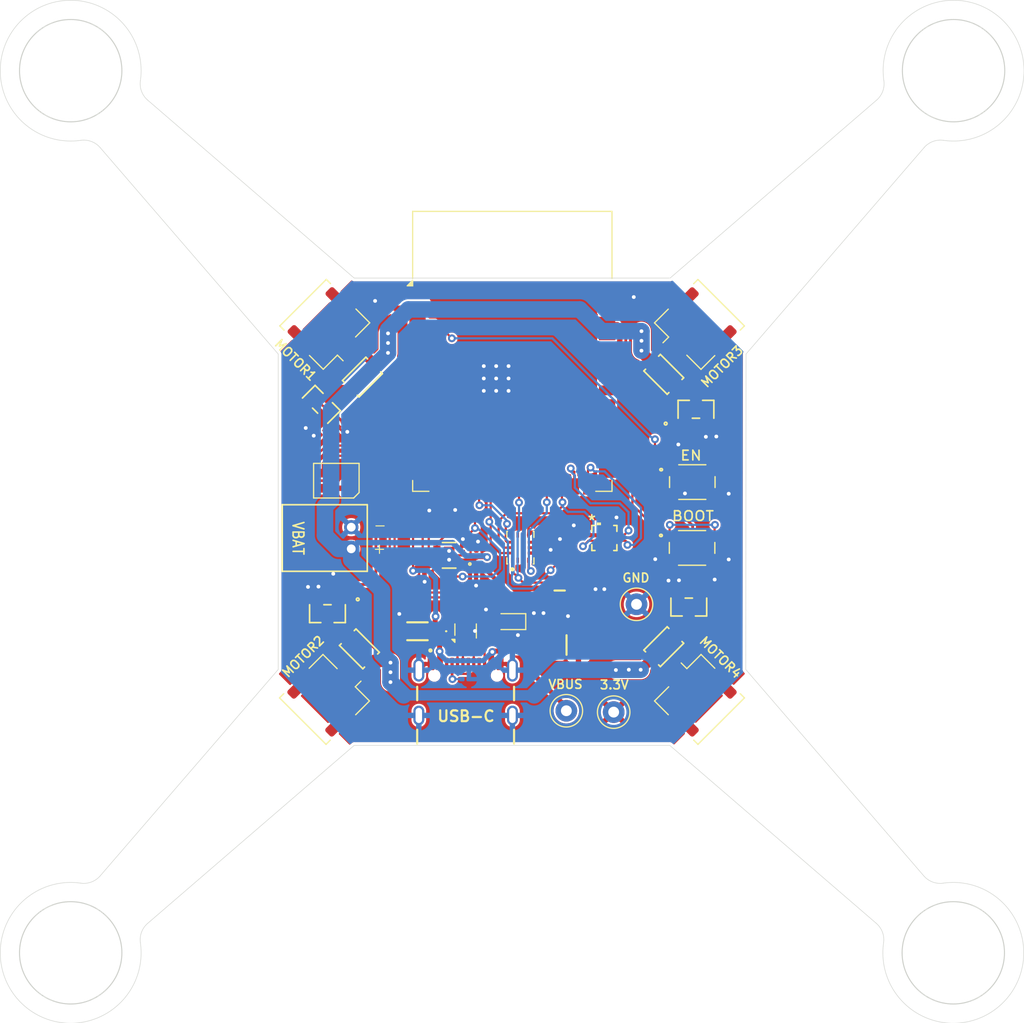
<source format=kicad_pcb>
(kicad_pcb (version 20241229) (generator "pcbnew") (generator_version "9.0")
  (layers (0 "F.Cu" signal) (2 "B.Cu" signal) (13 "F.Paste" user) (15 "B.Paste" user) (5 "F.SilkS" user "F.Silkscreen") (7 "B.SilkS" user "B.Silkscreen") (1 "F.Mask" user) (3 "B.Mask" user) (25 "Edge.Cuts" user))
  (net 0 "")
  (net 1 "GND")
  (net 2 "/ESP32-S3-WROOM/EN")
  (net 3 "+3.3V")
  (net 4 "/ESP32-S3-WROOM/V_ADC")
  (net 5 "+BATT")
  (net 6 "VBUS")
  (net 7 "/Motor1-")
  (net 8 "/Motor2-")
  (net 9 "/Motor4-")
  (net 10 "/Motor3-")
  (net 11 "Net-(D1-BK)")
  (net 12 "Net-(D1-RK)")
  (net 13 "Net-(D1-GK)")
  (net 14 "Net-(D8-A)")
  (net 15 "Net-(IC2-FB)")
  (net 16 "Net-(IC2-PG)")
  (net 17 "/DRIVER1")
  (net 18 "/DRIVER2")
  (net 19 "/DRIVER3")
  (net 20 "/DRIVER4")
  (net 22 "/MOSI")
  (net 25 "/IMU_INT")
  (net 26 "/SCK")
  (net 29 "/IMU_CS")
  (net 30 "/MISO")
  (net 31 "/ESP32-S3-WROOM/LED1")
  (net 32 "/STAT1")
  (net 33 "/STAT2")
  (net 34 "/ESP32-S3-WROOM/LED2")
  (net 35 "/ESP32-S3-WROOM/LED3")
  (net 36 "Net-(U4-TS{slash}MR)")
  (net 37 "Net-(U4-ISET)")
  (net 38 "Net-(U4-ILIM{slash}VSET)")
  (net 39 "/ESP32-S3-WROOM/Boot")
  (net 41 "/USB-")
  (net 43 "/BMP_CS")
  (net 48 "/BMP_INT")
  (net 51 "/USB+")
  (net 52 "/D+")
  (net 53 "/D-")
  (net 54 "/SW")
  (net 55 "/REG")
  (net 56 "Net-(J7-CC2)")
  (net 58 "Net-(J7-CC1)")
  (footprint "LED_SMD:LED_0603_1608Metric" (layer "F.Cu") (at 126.3396 83.0326 180)
    (property "Reference" "D8" (hide yes))
    (property "Value" "LED")
  )
  (footprint "Resistor_SMD:R_0201_0603Metric" (layer "F.Cu") (at 125.5144 84.6583 90)
    (property "Reference" "R5" (hide yes))
    (property "Value" "220R")
  )
  (footprint "battCOnnector:CONN_S2B-PH-K-S_JST" (layer "F.Cu") (at 111.72 74.311 -90)
    (property "Reference" "VBAT")
    (property "Value" "S2B-PH-K-SLFSN")
  )
  (footprint "ICM_42670_P:XDCR_ICM-42670-P" (layer "F.Cu") (at 127.3321 76.2 90)
    (property "Reference" "MT1" (hide yes))
    (property "Value" "ICM-42670-P")
  )
  (footprint "Resistor_SMD:R_0201_0603Metric" (layer "F.Cu") (at 113.1062 68.961 -90)
    (property "Reference" "R13" (hide yes))
    (property "Value" "120")
  )
  (footprint "Connector_Molex:Molex_CLIK-Mate_502382-0270_1x02-1MP_P1.25mm_Vertical" (layer "F.Cu") (at 109.823088 56.127488 45)
    (property "Reference" "MOTOR1")
    (property "Value" "Motor1")
  )
  (footprint "Capacitor_SMD:C_0201_0603Metric" (layer "F.Cu") (at 129.5082 81.0366 -90)
    (property "Reference" "C21" (hide yes))
    (property "Value" "100nF")
  )
  (footprint "BQ2518:WSON10_DLH_TEX" (layer "F.Cu") (at 120.754775 76.9112 180)
    (property "Reference" "U4" (hide yes))
    (property "Value" "BQ25185DLHR")
  )
  (footprint "Resistor_SMD:R_0201_0603Metric" (layer "F.Cu") (at 138.7348 53.3802 90)
    (property "Reference" "R4" (hide yes))
    (property "Value" "50k")
  )
  (footprint "Resistor_SMD:R_0201_0603Metric" (layer "F.Cu") (at 142.2298 65.913 180)
    (property "Reference" "R11" (hide yes))
    (property "Value" "10k")
  )
  (footprint "PMEG10020ELRX:CFP3_SOD123W_NEX" (layer "F.Cu") (at 140.5636 85.344 45)
    (property "Reference" "CR3" (hide yes))
    (property "Value" "PMEG10020ELRX")
  )
  (footprint "Resistor_SMD:R_0201_0603Metric" (layer "F.Cu") (at 110.0836 79.6036 180)
    (property "Reference" "R10" (hide yes))
    (property "Value" "10k")
  )
  (footprint "Capacitor_SMD:C_0201_0603Metric" (layer "F.Cu") (at 128.6192 81.0366 -90)
    (property "Reference" "C22" (hide yes))
    (property "Value" "10uF")
  )
  (footprint "Connector_Molex:Molex_CLIK-Mate_502382-0270_1x02-1MP_P1.25mm_Vertical" (layer "F.Cu") (at 143.309961 56.13586 -45)
    (property "Reference" "MOTOR3")
    (property "Value" "Motor3")
  )
  (footprint "TestPoint:TestPoint_Loop_D1.80mm_Drill1.0mm_Beaded" (layer "F.Cu") (at 135.9408 91.3892)
    (property "Reference" "3.3V")
    (property "Value" "+3.3V")
  )
  (footprint "PMEG10020ELRX:CFP3_SOD123W_NEX" (layer "F.Cu") (at 112.7506 60.452 -135)
    (property "Reference" "CR1" (hide yes))
    (property "Value" "PMEG10020ELRX")
  )
  (footprint "Resistor_SMD:R_0201_0603Metric" (layer "F.Cu") (at 133.2992 79.6036)
    (property "Reference" "R21" (hide yes))
    (property "Value" "10k")
  )
  (footprint "Capacitor_SMD:C_0201_0603Metric" (layer "F.Cu") (at 133.7486 81.214 90)
    (property "Reference" "C23" (hide yes))
    (property "Value" "100nF")
  )
  (footprint "Capacitor_SMD:C_0201_0603Metric" (layer "F.Cu") (at 129.3368 76.7334 90)
    (property "Reference" "C24" (hide yes))
    (property "Value" "10nF")
  )
  (footprint "Resistor_SMD:R_0201_0603Metric" (layer "F.Cu") (at 133.3754 82.7786)
    (property "Reference" "R19" (hide yes))
    (property "Value" "10k")
  )
  (footprint "LED_SMD:LED_Cree-PLCC4_3.2x2.8mm_CCW" (layer "F.Cu") (at 110.343 70.0166 180)
    (property "Reference" "D1" (hide yes))
    (property "Value" "CLV1L-FKB")
  )
  (footprint "Connector_Molex:Molex_CLIK-Mate_502382-0270_1x02-1MP_P1.25mm_Vertical" (layer "F.Cu") (at 109.797688 89.668513 135)
    (property "Reference" "MOTOR2")
    (property "Value" "Motor2")
  )
  (footprint "Resistor_SMD:R_0201_0603Metric" (layer "F.Cu") (at 133.3016 78.6892 180)
    (property "Reference" "R20" (hide yes))
    (property "Value" "45.3k")
  )
  (footprint "Resistor_SMD:R_0201_0603Metric" (layer "F.Cu") (at 118.369275 73.9029 90)
    (property "Reference" "R23" (hide yes))
    (property "Value" "2k")
  )
  (footprint "Resistor_SMD:R_0201_0603Metric" (layer "F.Cu") (at 111.7092 67.691 180)
    (property "Reference" "R8" (hide yes))
    (property "Value" "120")
  )
  (footprint "Capacitor_SMD:C_0201_0603Metric" (layer "F.Cu") (at 123.2662 76.7588 90)
    (property "Reference" "C28" (hide yes))
    (property "Value" "1uF")
  )
  (footprint "SI2302:SOT-23_MCC" (layer "F.Cu") (at 108.966 62.9666 -45)
    (property "Reference" "MOSFET1" (hide yes))
    (property "Value" "SI2302-TP")
  )
  (footprint "Resistor_SMD:R_0201_0603Metric" (layer "F.Cu") (at 139.6746 53.3654 -90)
    (property "Reference" "R3" (hide yes))
    (property "Value" "100k")
  )
  (footprint "SI2302:SOT-23_MCC" (layer "F.Cu") (at 109.5248 82.296 180)
    (property "Reference" "MOSFET2" (hide yes))
    (property "Value" "SI2302-TP")
  )
  (footprint "TPS564252DRLR:SOT50P160X60-6N" (layer "F.Cu") (at 131.7046 81.161)
    (property "Reference" "IC2" (hide yes))
    (property "Value" "TPS564252DRLR" (hide yes))
  )
  (footprint "SMF5.0AQ-TP:SMF50AQTP" (layer "F.Cu") (at 117.8306 83.9216)
    (property "Reference" "D3" (hide yes))
    (property "Value" "SMF5.0AQ-TP" (hide yes))
  )
  (footprint "Capacitor_SMD:C_0201_0603Metric" (layer "F.Cu") (at 129.3368 75.124 -90)
    (property "Reference" "C25" (hide yes))
    (property "Value" "0.1uF")
  )
  (footprint "Resistor_SMD:R_0201_0603Metric" (layer "F.Cu") (at 107.442 68.9712 -90)
    (property "Reference" "R1" (hide yes))
    (property "Value" "120")
  )
  (footprint "BMP390:10LGA_2X2X0p75_BOS" (layer "F.Cu") (at 135.0812 75.311)
    (property "Reference" "U7" (hide yes))
    (property "Value" "BMP390")
  )
  (footprint "Connector_Molex:Molex_CLIK-Mate_502382-0270_1x02-1MP_P1.25mm_Vertical" (layer "F.Cu") (at 143.313313 89.668513 -135)
    (property "Reference" "MOTOR4")
    (property "Value" "Motor4")
  )
  (footprint "SKRPACE010:SW_SKRPACE010" (layer "F.Cu") (at 143.1974 70.1466)
    (property "Reference" "EN")
    (property "Value" "SKRPACE010")
  )
  (footprint "Resistor_SMD:R_0201_0603Metric" (layer "F.Cu") (at 144.1196 79.121)
    (property "Reference" "R12" (hide yes))
    (property "Value" "10k")
  )
  (footprint "Capacitor_SMD:C_0201_0603Metric" (layer "F.Cu") (at 130.2258 75.1332 -90)
    (property "Reference" "C26" (hide yes))
    (property "Value" "2.2uF")
  )
  (footprint "Capacitor_SMD:C_0201_0603Metric" (layer "F.Cu") (at 133.108001 74.7014 90)
    (property "Reference" "C31" (hide yes))
    (property "Value" "0.1uF")
  )
  (footprint "Resistor_SMD:R_0201_0603Metric" (layer "F.Cu") (at 124.1552 83.0326 90)
    (property "Reference" "R27" (hide yes))
    (property "Value" "5k1")
  )
  (footprint "Resistor_SMD:R_0201_0603Metric" (layer "F.Cu") (at 120.684925 78.867)
    (property "Reference" "R7" (hide yes))
    (property "Value" "10k")
  )
  (footprint "Capacitor_SMD:C_0201_0603Metric" (layer "F.Cu") (at 135.0772 73.4822)
    (property "Reference" "C32" (hide yes))
    (property "Value" "0.1uF")
  )
  (footprint "Resistor_SMD:R_0201_0603Metric" (layer "F.Cu") (at 117.4242 77.1144 90)
    (property "Reference" "R6" (hide yes))
    (property "Value" "10k")
  )
  (footprint "Capacitor_SMD:C_0201_0603Metric" (layer "F.Cu") (at 134.6376 81.214 90)
    (property "Reference" "C27" (hide yes))
    (property "Value" "47uF")
  )
  (footprint "Resistor_SMD:R_0201_0603Metric" (layer "F.Cu") (at 140.0658 67.564 180)
    (property "Reference" "R2" (hide yes))
    (property "Value" "10k")
  )
  (footprint "Capacitor_SMD:C_0201_0603Metric" (layer "F.Cu") (at 139.743 69.664 -90)
    (property "Reference" "C4" (hide yes))
    (property "Value" "0.1uF")
  )
  (footprint "Capacitor_SMD:C_0201_0603Metric" (layer "F.Cu") (at 115.9002 53.7566 90)
    (property "Reference" "C6" (hide yes))
    (property "Value" "0.1uF")
  )
  (footprint "TestPoint:TestPoint_Loop_D1.80mm_Drill1.0mm_Beaded" (layer "F.Cu") (at 138.049 81.4324)
    (property "Reference" "TP3" (hide yes))
    (property "Value" "GND")
  )
  (footprint "USB4105-GF-A:GCT_USB4105-GF-A" (layer "F.Cu") (at 122.2756 91.694)
    (property "Reference" "J7" (hide yes))
    (property "Value" "USB4105-GF-A")
  )
  (footprint "Resistor_SMD:R_0201_0603Metric" (layer "F.Cu") (at 110.7694 64.8462 -135)
    (property "Reference" "R9" (hide yes))
    (property "Value" "10k")
  )
  (footprint "SKRPACE010:SW_SKRPACE010" (layer "F.Cu") (at 143.178352 76.2254)
    (property "Reference" "BOOT")
    (property "Value" "SKRPACE010")
  )
  (footprint "Capacitor_SMD:C_0201_0603Metric" (layer "F.Cu") (at 118.4656 78.2574 -90)
    (property "Reference" "C30" (hide yes))
    (property "Value" "1uF")
  )
  (footprint "Resistor_SMD:R_0201_0603Metric" (layer "F.Cu") (at 121.8946 73.9038 90)
    (property "Reference" "R22" (hide yes))
    (property "Value" "10k")
  )
  (footprint "Package_TO_SOT_SMD:SOT-666" (layer "F.Cu") (at 122.2756 83.8962 90)
    (property "Reference" "U2" (hide yes))
    (property "Value" "USBLC6-2P6")
  )
  (footprint "SI2302:SOT-23_MCC" (layer "F.Cu") (at 143.5354 63.4238)
    (property "Reference" "MOSFET3" (hide yes))
    (property "Value" "SI2302-TP")
  )
  (footprint "PMEG10020ELRX:CFP3_SOD123W_NEX" (layer "F.Cu") (at 112.4712 85.5472 135)
    (property "Reference" "CR2" (hide yes))
    (property "Value" "PMEG10020ELRX")
  )
  (footprint "PMEG10020ELRX:CFP3_SOD123W_NEX" (layer "F.Cu") (at 140.5636 60.198 -45)
    (property "Reference" "CR4" (hide yes))
    (property "Value" "PMEG10020ELRX")
  )
  (footprint "Capacitor_SMD:C_0201_0603Metric" (layer "F.Cu") (at 123.2408 78.4352 -90)
    (property "Reference" "C29" (hide yes))
    (property "Value" "10uF")
  )
  (footprint "RF_Module:ESP32-S3-WROOM-1" (layer "F.Cu") (at 126.586 58.048)
    (property "Reference" "U1" (hide yes))
    (property "Value" "ESP32-S3-WROOM-1")
  )
  (footprint "Capacitor_SMD:C_0201_0603Metric" (layer "F.Cu") (at 114.7826 53.7566 90)
    (property "Reference" "C5" (hide yes))
    (property "Value" "22uF")
  )
  (footprint "Capacitor_SMD:C_0201_0603Metric" (layer "F.Cu") (at 137.0076 53.3806 90)
    (property "Reference" "C7" (hide yes))
    (property "Value" "0.1uF")
  )
  (footprint "SRP3212-3R3M-2:INDC2520X100N" (layer "F.Cu") (at 131.5896 85.1916)
    (property "Reference" "L2" (hide yes))
    (property "Value" "3.3uH" (hide yes))
  )
  (footprint "Resistor_SMD:R_0201_0603Metric" (layer "F.Cu") (at 120.7516 73.9038 90)
    (property "Reference" "R25" (hide yes))
    (property "Value" "18k")
  )
  (footprint "SI2302:SOT-23_MCC" (layer "F.Cu") (at 142.875 81.6864 180)
    (property "Reference" "MOSFET4" (hide yes))
    (property "Value" "SI2302-TP")
  )
  (footprint "Resistor_SMD:R_0201_0603Metric" (layer "F.Cu") (at 119.461475 73.9038 90)
    (property "Reference" "R24" (hide yes))
    (property "Value" "13k")
  )
  (footprint "TestPoint:TestPoint_Loop_D1.80mm_Drill1.0mm_Beaded" (layer "F.Cu") (at 131.572 91.2622)
    (property "Reference" "VBUS")
    (property "Value" "VBUS")
  )
  (footprint "Resistor_SMD:R_0201_0603Metric" (layer "B.Cu") (at 122.2604 88.3412)
    (property "Reference" "R26" (hide yes))
    (property "Value" "5k1")
  )
  (gr_circle (center 85.8243 113.6166) (end 90.5487 113.6166) (stroke (width 0.1)) (fill no) (layer "Edge.Cuts"))
  (gr_line (start 104.9782 58.3184) (end 104.9782 87.4522) (stroke (width 0.05)) (layer "Edge.Cuts"))
  (gr_arc (start 166.371342 107.18115) (mid 171.880282 118.2156) (end 160.852574 112.693177) (stroke (width 0.049784)) (layer "Edge.Cuts"))
  (gr_line (start 160.236786 34.8488) (end 141.1478 51.308) (stroke (width 0.049784)) (layer "Edge.Cuts"))
  (gr_line (start 92.899614 110.9218) (end 111.9886 94.4626) (stroke (width 0.049784)) (layer "Edge.Cuts"))
  (gr_line (start 164.592 106.541186) (end 148.1328 87.4522) (stroke (width 0.049784)) (layer "Edge.Cuts"))
  (gr_arc (start 88.519 106.541196) (mid 87.713534 107.083412) (end 86.747625 107.182374) (stroke (width 0.049784)) (layer "Edge.Cuts"))
  (gr_arc (start 160.211396 110.9218) (mid 160.753612 111.727266) (end 160.852574 112.693175) (stroke (width 0.049784)) (layer "Edge.Cuts"))
  (gr_arc (start 86.747464 38.58818) (mid 87.71346 38.687146) (end 88.519 39.229408) (stroke (width 0.049784)) (layer "Edge.Cuts"))
  (gr_arc (start 164.6174 39.229404) (mid 165.422866 38.687188) (end 166.388775 38.588226) (stroke (width 0.049784)) (layer "Edge.Cuts"))
  (gr_circle (center 167.2868 113.6165) (end 172.0112 113.6165) (stroke (width 0.1)) (fill no) (layer "Edge.Cuts"))
  (gr_arc (start 160.87675 33.069458) (mid 171.9112 27.560518) (end 166.388777 38.588226) (stroke (width 0.049784)) (layer "Edge.Cuts"))
  (gr_line (start 111.9886 94.4626) (end 141.1224 94.4626) (stroke (width 0.05)) (layer "Edge.Cuts"))
  (gr_arc (start 86.739658 38.58945) (mid 81.230718 27.555) (end 92.258426 33.077423) (stroke (width 0.049784)) (layer "Edge.Cuts"))
  (gr_line (start 148.1328 87.4522) (end 148.1582 58.3184) (stroke (width 0.05)) (layer "Edge.Cuts"))
  (gr_line (start 141.1224 94.4626) (end 160.211396 110.921801) (stroke (width 0.049784)) (layer "Edge.Cuts"))
  (gr_line (start 141.1478 51.308) (end 111.9886 51.308) (stroke (width 0.05)) (layer "Edge.Cuts"))
  (gr_line (start 88.519 39.229414) (end 104.9782 58.3184) (stroke (width 0.049784)) (layer "Edge.Cuts"))
  (gr_circle (center 167.3121 32.154) (end 172.0365 32.154) (stroke (width 0.1)) (fill no) (layer "Edge.Cuts"))
  (gr_line (start 104.9782 87.4522) (end 88.518999 106.541196) (stroke (width 0.049784)) (layer "Edge.Cuts"))
  (gr_line (start 148.1582 58.3184) (end 164.617401 39.229404) (stroke (width 0.049784)) (layer "Edge.Cuts"))
  (gr_circle (center 85.8242 32.1541) (end 90.5486 32.1541) (stroke (width 0.1)) (fill no) (layer "Edge.Cuts"))
  (gr_arc (start 92.899604 34.8488) (mid 92.357388 34.043334) (end 92.258426 33.077425) (stroke (width 0.049784)) (layer "Edge.Cuts"))
  (gr_line (start 111.9886 51.308) (end 92.899604 34.848799) (stroke (width 0.049784)) (layer "Edge.Cuts"))
  (gr_arc (start 92.25838 112.693336) (mid 92.357346 111.72734) (end 92.899608 110.9218) (stroke (width 0.049784)) (layer "Edge.Cuts"))
  (gr_arc (start 160.87802 33.077264) (mid 160.779054 34.04326) (end 160.236792 34.8488) (stroke (width 0.049784)) (layer "Edge.Cuts"))
  (gr_arc (start 92.25965 112.701142) (mid 81.2252 118.210082) (end 86.747623 107.182374) (stroke (width 0.049784)) (layer "Edge.Cuts"))
  (gr_arc (start 166.363536 107.18242) (mid 165.39754 107.083454) (end 164.592 106.541192) (stroke (width 0.049784)) (layer "Edge.Cuts"))
  (gr_text "-\n" (at 113.6904 74.7014 0) (layer "F.SilkS") (effects (font (size 1 1) (thickness 0.1)) (justify left bottom)))
  (gr_text "GND" (at 137.9982 78.994 0) (layer "F.SilkS") (effects (font (size 0.8128 0.8128))))
  (gr_text "USB-C\n" (at 119.5578 92.3544 0) (layer "F.SilkS") (effects (font (size 1 1) (thickness 0.2) (bold yes)) (justify left bottom)))
  (gr_text "+" (at 113.6396 76.8604 0) (layer "F.SilkS") (effects (font (size 1 1) (thickness 0.1)) (justify left bottom)))
  (segment (start 116.5488 52.788) (end 115.9002 53.4366) (width 0.4572) (layer "F.Cu") (net 1))
  (segment (start 131.5466 82.5246) (end 131.7244 82.5246) (width 0.3048) (layer "F.Cu") (net 1))
  (segment (start 145.2372 79.121) (end 145.2626 79.1464) (width 0.2032) (layer "F.Cu") (net 1))
  (segment (start 137.7954 53.0602) (end 137.795 53.0606) (width 0.2032) (layer "F.Cu") (net 1))
  (segment (start 115.9002 53.4366) (end 114.7826 53.4366) (width 0.4572) (layer "F.Cu") (net 1))
  (segment (start 130.9832 75.408) (end 130.527462 75.408) (width 0.381) (layer "F.Cu") (net 1))
  (segment (start 137.1854 53.0606) (end 137.1092 52.9844) (width 0.3048) (layer "F.Cu") (net 1))
  (segment (start 146.5498 77.3004) (end 146.558 77.2922) (width 0.2032) (layer "F.Cu") (net 1))
  (segment (start 137.1092 52.9844) (end 137.0838 52.9844) (width 0.3048) (layer "F.Cu") (net 1))
  (segment (start 129.3071 76.2) (end 129.2854 76.1783) (width 0.3048) (layer "F.Cu") (net 1))
  (segment (start 130.2166 75.444) (end 130.2258 75.4532) (width 0.381) (layer "F.Cu") (net 1))
  (segment (start 130.9878 81.6942) (end 130.9878 81.9404) (width 0.3048) (layer "F.Cu") (net 1))
  (segment (start 135.0812 75.4594) (end 135.0812 74.5236) (width 0.1524) (layer "F.Cu") (net 1))
  (segment (start 125.4756 86.939) (end 126.0206 86.939) (width 0.381) (layer "F.Cu") (net 1))
  (segment (start 121.885075 76.1111) (end 121.885075 75.574525) (width 0.254) (layer "F.Cu") (net 1))
  (segment (start 121.3612 72.7202) (end 121.8946 73.2536) (width 0.2032) (layer "F.Cu") (net 1))
  (segment (start 123.2662 76.4388) (end 123.2662 75.7936) (width 0.381) (layer "F.Cu") (net 1))
  (segment (start 123.2408 79.7052) (end 123.2408 78.7552) (width 0.381) (layer "F.Cu") (net 1))
  (segment (start 110.543126 65.102526) (end 110.543126 65.067822) (width 0.2032) (layer "F.Cu") (net 1))
  (segment (start 119.461475 73.309675) (end 118.9228 72.771) (width 0.2032) (layer "F.Cu") (net 1))
  (segment (start 129.5082 81.3566) (end 128.6192 81.3566) (width 0.381) (layer "F.Cu") (net 1))
  (segment (start 130.2665 75.4125) (end 130.2258 75.4532) (width 0.381) (layer "F.Cu") (net 1))
  (segment (start 118.491 78.6028) (end 118.4656 78.5774) (width 0.381) (layer "F.Cu") (net 1))
  (segment (start 135.581199 73.666199) (end 135.3972 73.4822) (width 0.3048) (layer "F.Cu") (net 1))
  (segment (start 119.461475 73.5838) (end 119.461475 73.309675) (width 0.2032) (layer "F.Cu") (net 1))
  (segment (start 108.79455 79.80045) (end 108.69295 79.80045) (width 0.2032) (layer "F.Cu") (net 1))
  (segment (start 141.9098 66.675) (end 141.9098 65.913) (width 0.2032) (layer "F.Cu") (net 1))
  (segment (start 135.581199 74.5236) (end 135.581199 73.666199) (width 0.3048) (layer "F.Cu") (net 1))
  (segment (start 146.558 71.2216) (end 145.2724 71.2216) (width 0.2032) (layer "F.Cu") (net 1))
  (segment (start 145.253352 77.3004) (end 146.5498 77.3004) (width 0.2032) (layer "F.Cu") (net 1))
  (segment (start 121.8946 73.2536) (end 121.8946 73.5838) (width 0.2032) (layer "F.Cu") (net 1))
  (segment (start 137.0838 52.9844) (end 137.0076 53.0606) (width 0.3048) (layer "F.Cu") (net 1))
  (segment (start 130.527462 75.408) (end 130.522962 75.4125) (width 0.381) (layer "F.Cu") (net 1))
  (segment (start 109.9008 78.613) (end 109.7636 78.7502) (width 0.2032) (layer "F.Cu") (net 1))
  (segment (start 108.6764 64.49445) (end 108.68025 64.4906) (width 0.2032) (layer "F.Cu") (net 1))
  (segment (start 130.9878 81.9404) (end 131.191 82.1436) (width 0.3048) (layer "F.Cu") (net 1))
  (segment (start 128.8325 76.2) (end 128.2446 76.2) (width 0.254) (layer "F.Cu") (net 1))
  (segment (start 138.7348 53.0602) (end 137.7954 53.0602) (width 0.2032) (layer "F.Cu") (net 1))
  (segment (start 127.1016 83.0581) (end 127.1271 83.0326) (width 0.3048) (layer "F.Cu") (net 1))
  (segment (start 121.885075 75.574525) (end 121.8946 75.565) (width 0.254) (layer "F.Cu") (net 1))
  (segment (start 139.7762 77.2668) (end 139.8098 77.3004) (width 0.1778) (layer "F.Cu") (net 1))
  (segment (start 131.191 82.169) (end 131.5466 82.5246) (width 0.3048) (layer "F.Cu") (net 1))
  (segment (start 135.0812 74.5236) (end 135.581199 74.5236) (width 0.2032) (layer "F.Cu") (net 1))
  (segment (start 118.491 79.3496) (end 118.491 78.6028) (width 0.381) (layer "F.Cu") (net 1))
  (segment (start 110.9472 65.5066) (end 110.543126 65.102526) (width 0.2032) (layer "F.Cu") (net 1))
  (segment (start 128.8716 75.7) (end 129.1276 75.444) (width 0.381) (layer "F.Cu") (net 1))
  (segment (start 110.0582 78.613) (end 109.9008 78.613) (width 0.2032) (layer "F.Cu") (net 1))
  (segment (start 129.1276 75.444) (end 130.2166 75.444) (width 0.381) (layer "F.Cu") (net 1))
  (segment (start 134.581201 76.0984) (end 134.581201 75.959399) (width 0.1524) (layer "F.Cu") (net 1))
  (segment (start 132.2578 74.1426) (end 132.4966 74.3814) (width 0.381) (layer "F.Cu") (net 1))
  (segment (start 140.5706 69.984) (end 139.743 69.984) (width 0.1778) (layer "F.Cu") (net 1))
  (segment (start 141.1224 71.2216) (end 141.1224 70.5358) (width 0.1778) (layer "F.Cu") (net 1))
  (segment (start 119.0756 86.939) (end 118.5306 86.939) (width 0.381) (layer "F.Cu") (net 1))
  (segment (start 141.1224 70.5358) (end 140.5706 69.984) (width 0.1778) (layer "F.Cu") (net 1))
  (segment (start 111.3536 65.5066) (end 110.9472 65.5066) (width 0.2032) (layer "F.Cu") (net 1))
  (segment (start 131.191 82.1436) (end 131.191 82.169) (width 0.3048) (layer "F.Cu") (net 1))
  (segment (start 116.1956 83.9216) (end 116.1956 82.3628) (width 0.508) (layer "F.Cu") (net 1))
  (segment (start 118.369275 73.5829) (end 118.369275 73.324525) (width 0.2032) (layer "F.Cu") (net 1))
  (segment (start 120.7516 73.5838) (end 120.7516 73.279) (width 0.2032) (layer "F.Cu") (net 1))
  (segment (start 116.1956 82.3628) (end 116.1542 82.3214) (width 0.508) (layer "F.Cu") (net 1))
  (segment (start 130.522962 75.4125) (end 130.2665 75.4125) (width 0.381) (layer "F.Cu") (net 1))
  (segment (start 113.9394 53.4366) (end 113.919 53.4162) (width 0.4572) (layer "F.Cu") (net 1))
  (segment (start 128.6192 82.2008) (end 128.5748 82.2452) (width 0.3048) (layer "F.Cu") (net 1))
  (segment (start 121.885075 76.1111) (end 121.885075 76.3778) (width 0.254) (layer "F.Cu") (net 1))
  (segment (start 114.7826 53.4366) (end 113.9394 53.4366) (width 0.4572) (layer "F.Cu") (net 1))
  (segment (start 127.1016 84.2772) (end 127.1016 83.0581) (width 0.254) (layer "F.Cu") (net 1))
  (segment (start 134.581201 75.959399) (end 135.0772 75.4634) (width 0.1524) (layer "F.Cu") (net 1))
  (segment (start 117.836 52.788) (end 116.5488 52.788) (width 0.4572) (layer "F.Cu") (net 1))
  (segment (start 130.1116 76.3906) (end 129.3368 76.3906) (width 0.381) (layer "F.Cu") (net 1))
  (segment (start 122.809 83.8962) (end 122.2756 84.4296) (width 0.3048) (layer "F.Cu") (net 1))
  (segment (start 129.4638 82.2452) (end 129.4638 81.401) (width 0.3048) (layer "F.Cu") (net 1))
  (segment (start 128.6192 81.3566) (end 128.6192 82.2008) (width 0.381) (layer "F.Cu") (net 1))
  (segment (start 126.0206 86.939) (end 126.5956 87.514) (width 0.381) (layer "F.Cu") (net 1))
  (segment (start 128.2446 75.7) (end 128.8716 75.7) (width 0.254) (layer "F.Cu") (net 1))
  (segment (start 123.2662 75.7936) (end 123.4186 75.6412) (width 0.381) (layer "F.Cu") (net 1))
  (segment (start 121.3104 72.7202) (end 121.3612 72.7202) (width 0.2032) (layer "F.Cu") (net 1))
  (segment (start 142.5194 71.1962) (end 141.1478 71.1962) (width 0.1778) (layer "F.Cu") (net 1))
  (segment (start 132.4966 74.3814) (end 133.108001 74.3814) (width 0.381) (layer "F.Cu") (net 1))
  (segment (start 141.1478 71.1962) (end 141.1224 71.2216) (width 0.1778) (layer "F.Cu") (net 1))
  (segment (start 137.795 53.0606) (end 137.1854 53.0606) (width 0.381) (layer "F.Cu") (net 1))
  (segment (start 144.4396 79.121) (end 145.2372 79.121) (width 0.2032) (layer "F.Cu") (net 1))
  (segment (start 136.130601 73.4822) (end 135.3972 73.4822) (width 0.381) (layer "F.Cu") (net 1))
  (segment (start 118.5306 86.939) (end 117.9556 87.514) (width 0.381) (layer "F.Cu") (net 1))
  (segment (start 122.2756 84.4296) (end 122.2756 84.8212) (width 0.3048) (layer "F.Cu") (net 1))
  (segment (start 140.735048 77.3004) (end 140.9192 77.484552) (width 0.1778) (layer "F.Cu") (net 1))
  (segment (start 129.2854 76.1783) (end 128.8542 76.1783) (width 0.3048) (layer "F.Cu") (net 1))
  (segment (start 135.6086 53.0606) (end 135.336 52.788) (width 0.3048) (layer "F.Cu") (net 1))
  (segment (start 118.369275 73.324525) (end 118.9228 72.771) (width 0.2032) (layer "F.Cu") (net 1))
  (segment (start 120.7516 73.279) (end 121.3104 72.7202) (width 0.2032) (layer "F.Cu") (net 1))
  (segment (start 129.4638 81.401) (end 129.5082 81.3566) (width 0.3048) (layer "F.Cu") (net 1))
  (segment (start 136.2008 73.412) (end 136.130601 73.4822) (width 0.381) (layer "F.Cu") (net 1))
  (segment (start 139.8098 77.3004) (end 140.735048 77.3004) (width 0.1778) (layer "F.Cu") (net 1))
  (segment (start 130.1242 76.4032) (end 130.1116 76.3906) (width 0.508) (layer "F.Cu") (net 1))
  (segment (start 128.8542 76.1783) (end 128.8325 76.2) (width 0.2032) (layer "F.Cu") (net 1))
  (segment (start 130.9546 81.661) (end 130.9878 81.6942) (width 0.3048) (layer "F.Cu") (net 1))
  (segment (start 137.0076 53.0606) (end 135.6086 53.0606) (width 0.381) (layer "F.Cu") (net 1))
  (segment (start 124.1552 82.7126) (end 124.1552 81.915) (width 0.2032) (layer "F.Cu") (net 1))
  (segment (start 109.7636 78.7502) (end 109.7636 79.6036) (width 0.2032) (layer "F.Cu") (net 1))
  (segment (start 123.1392 83.8962) (end 122.809 83.8962) (width 0.3048) (layer "F.Cu") (net 1))
  (via (at 107.72775 79.82585) (size 0.7112) (drill 0.35052) (layers "F.Cu" "B.Cu") (net 1))
  (via (at 146.558 71.2216) (size 0.7112) (drill 0.35052) (layers "F.Cu" "B.Cu") (net 1))
  (via (at 108.2548 65.8622) (size 0.7112) (drill 0.35052) (layers "F.Cu" "B.Cu") (net 1))
  (via (at 146.558 77.2922) (size 0.7112) (drill 0.35052) (layers "F.Cu" "B.Cu") (net 1))
  (via (at 130.1242 76.4032) (size 0.7112) (drill 0.35052) (layers "F.Cu" "B.Cu") (net 1))
  (via (at 131.7244 82.5246) (size 0.7112) (drill 0.35052) (layers "F.Cu" "B.Cu") (net 1))
  (via (at 141.96695 79.21625) (size 0.7112) (drill 0.35052) (layers "F.Cu" "B.Cu") (net 1))
  (via (at 116.1542 82.3214) (size 0.7112) (drill 0.35052) (layers "F.Cu" "B.Cu") (net 1))
  (via (at 108.69295 79.80045) (size 0.7112) (drill 0.35052) (layers "F.Cu" "B.Cu") (net 1))
  (via (at 142.5194 71.1962) (size 0.7112) (drill 0.35052) (layers "F.Cu" "B.Cu") (net 1))
  (via (at 118.9228 72.771) (size 0.7112) (drill 0.35052) (layers "F.Cu" "B.Cu") (net 1))
  (via (at 113.919 53.4162) (size 0.7112) (drill 0.35052) (layers "F.Cu" "B.Cu") (net 1))
  (via (at 145.415 65.9384) (size 0.7112) (drill 0.35052) (layers "F.Cu" "B.Cu") (net 1))
  (via (at 110.0582 78.613) (size 0.7112) (drill 0.35052) (layers "F.Cu" "B.Cu") (net 1))
  (via (at 144.4498 65.9638) (size 0.7112) (drill 0.35052) (layers "F.Cu" "B.Cu") (net 1))
  (via (at 139.7762 77.2668) (size 0.7112) (drill 0.35052) (layers "F.Cu" "B.Cu") (net 1))
  (via (at 120.7516 76.5048) (size 0.6096) (drill 0.35052) (layers "F.Cu" "B.Cu") (net 1))
  (via (at 137.795 53.0606) (size 0.7112) (drill 0.35052) (layers "F.Cu" "B.Cu") (net 1))
  (via (at 120.7516 77.3176) (size 0.6096) (drill 0.35052) (layers "F.Cu" "B.Cu") (net 1))
  (via (at 129.4638 82.2452) (size 0.7112) (drill 0.35052) (layers "F.Cu" "B.Cu") (net 1))
  (via (at 141.00175 79.24165) (size 0.7112) (drill 0.35052) (layers "F.Cu" "B.Cu") (net 1))
  (via (at 126.238 59.436) (size 0.7112) (drill 0.35052) (layers "F.Cu" "B.Cu") (net 1))
  (via (at 121.3104 72.7202) (size 0.7112) (drill 0.35052) (layers "F.Cu" "B.Cu") (net 1))
  (via (at 134.2644 80.0354) (size 0.7112) (drill 0.35052) (layers "F.Cu" "B.Cu") (net 1))
  (via (at 130.9832 75.408) (size 0.7112) (drill 0.35052) (layers "F.Cu" "B.Cu") (net 1))
  (via (at 122.0216 75.4126) (size 0.7112) (drill 0.35052) (layers "F.Cu" "B.Cu") (net 1))
  (via (at 123.1392 83.8962) (size 0.7112) (drill 0.35052) (layers "F.Cu" "B.Cu") (net 1))
  (via (at 123.952 60.579) (size 0.7112) (drill 0.35052) (layers "F.Cu" "B.Cu") (net 1))
  (via (at 136.2008 73.412) (size 0.7112) (drill 0.35052) (layers "F.Cu" "B.Cu") (net 1))
  (via (at 127.1016 84.2772) (size 0.7112) (drill 0.35052) (layers "F.Cu" "B.Cu") (net 1))
  (via (at 145.2626 79.1464) (size 0.7112) (drill 0.35052) (layers "F.Cu" "B.Cu") (net 1))
  (via (at 126.238 61.722) (size 0.7112) (drill 0.35052) (layers "F.Cu" "B.Cu") (net 1))
  (via (at 135.0772 80.0354) (size 0.7112) (drill 0.35052) (layers "F.Cu" "B.Cu") (net 1))
  (via (at 123.952 59.436) (size 0.7112) (drill 0.35052) (layers "F.Cu" "B.Cu") (net 1))
  (via (at 132.2578 74.1426) (size 0.7112) (drill 0.35052) (layers "F.Cu" "B.Cu") (net 1))
  (via (at 118.491 79.3496) (size 0.7112) (drill 0.35052) (layers "F.Cu" "B.Cu") (net 1))
  (via (at 123.952 61.722) (size 0.7112) (drill 0.35052) (layers "F.Cu" "B.Cu") (net 1))
  (via (at 141.9098 66.675) (size 0.7112) (drill 0.35052) (layers "F.Cu" "B.Cu") (net 1))
  (via (at 125.095 60.579) (size 0.7112) (drill 0.35052) (layers "F.Cu" "B.Cu") (net 1))
  (via (at 125.095 61.722) (size 0.7112) (drill 0.35052) (layers "F.Cu" "B.Cu") (net 1))
  (via (at 128.5748 82.2452) (size 0.7112) (drill 0.35052) (layers "F.Cu" "B.Cu") (net 1))
  (via (at 123.4186 75.6412) (size 0.7112) (drill 0.35052) (layers "F.Cu" "B.Cu") (net 1))
  (via (at 126.238 60.579) (size 0.7112) (drill 0.35052) (layers "F.Cu" "B.Cu") (net 1))
  (via (at 111.3536 65.5066) (size 0.7112) (drill 0.35052) (layers "F.Cu" "B.Cu") (net 1))
  (via (at 123.2408 79.7052) (size 0.7112) (drill 0.35052) (layers "F.Cu" "B.Cu") (net 1))
  (via (at 107.5182 65.151) (size 0.7112) (drill 0.35052) (layers "F.Cu" "B.Cu") (net 1))
  (via (at 125.095 59.436) (size 0.7112) (drill 0.35052) (layers "F.Cu" "B.Cu") (net 1))
  (via (at 124.1552 81.915) (size 0.7112) (drill 0.35052) (layers "F.Cu" "B.Cu") (net 1))
  (segment (start 139.7458 67.7926) (end 139.7458 69.3412) (width 0.2032) (layer "F.Cu") (net 2))
  (segment (start 145.2724 69.0716) (end 141.1224 69.0716) (width 0.2032) (layer "F.Cu") (net 2))
  (segment (start 119.463 55.328) (end 117.836 55.328) (width 0.2032) (layer "F.Cu") (net 2))
  (segment (start 121.0056 56.8706) (end 119.463 55.328) (width 0.2032) (layer "F.Cu") (net 2))
  (segment (start 140.8958 69.2982) (end 139.6668 69.2982) (width 0.2032) (layer "F.Cu") (net 2))
  (segment (start 139.7508 67.7876) (end 139.7458 67.7926) (width 0.2032) (layer "F.Cu") (net 2))
  (segment (start 139.7458 69.3412) (end 139.743 69.344) (width 0.2032) (layer "F.Cu") (net 2))
  (segment (start 141.1224 69.0716) (end 140.8958 69.2982) (width 0.2032) (layer "F.Cu") (net 2))
  (segment (start 139.7508 66.1924) (end 139.7508 67.7876) (width 0.2032) (layer "F.Cu") (net 2))
  (via (at 139.7508 66.1924) (size 0.7112) (drill 0.35052) (layers "F.Cu" "B.Cu") (net 2))
  (via (at 121.0056 56.8706) (size 0.7112) (drill 0.35052) (layers "F.Cu" "B.Cu") (net 2))
  (segment (start 139.4714 66.0654) (end 130.2766 56.8706) (width 0.2032) (layer "B.Cu") (net 2))
  (segment (start 139.7508 66.1924) (end 139.6238 66.0654) (width 0.2032) (layer "B.Cu") (net 2))
  (segment (start 139.6238 66.0654) (end 139.4714 66.0654) (width 0.2032) (layer "B.Cu") (net 2))
  (segment (start 130.2766 56.8706) (end 121.0056 56.8706) (width 0.2032) (layer "B.Cu") (net 2))
  (segment (start 116.332 54.0766) (end 115.9002 54.0766) (width 0.4572) (layer "F.Cu") (net 3))
  (segment (start 134.642201 73.4822) (end 134.7572 73.4822) (width 0.2032) (layer "F.Cu") (net 3))
  (segment (start 134.581201 74.5236) (end 134.581201 73.658199) (width 0.3048) (layer "F.Cu") (net 3))
  (segment (start 128.7192 76.7) (end 129.0726 77.0534) (width 0.381) (layer "F.Cu") (net 3))
  (segment (start 129.0726 77.0534) (end 129.3368 77.0534) (width 0.381) (layer "F.Cu") (net 3))
  (segment (start 130.2258 74.8132) (end 130.1806 74.768) (width 0.381) (layer "F.Cu") (net 3))
  (segment (start 128.0821 75.0375) (end 128.3156 74.804) (width 0.3048) (layer "F.Cu") (net 3))
  (segment (start 117.836 54.058) (end 117.8174 54.0766) (width 0.4572) (layer "F.Cu") (net 3))
  (segment (start 129.6776 74.768) (end 129.6416 74.804) (width 0.381) (layer "F.Cu") (net 3))
  (segment (start 116.4488 54.0766) (end 116.332 54.0766) (width 0.4572) (layer "F.Cu") (net 3))
  (segment (start 129.3368 77.0534) (end 129.3266 77.0636) (width 0.381) (layer "F.Cu") (net 3))
  (segment (start 128.7192 76.7) (end 128.2446 76.7) (width 0.3048) (layer "F.Cu") (net 3))
  (segment (start 130.1806 74.768) (end 129.6776 74.768) (width 0.381) (layer "F.Cu") (net 3))
  (segment (start 117.8174 54.0766) (end 116.332 54.0766) (width 0.4572) (layer "F.Cu") (net 3))
  (segment (start 114.7826 54.0766) (end 115.9002 54.0766) (width 0.4572) (layer "F.Cu") (net 3))
  (segment (start 129.6416 74.804) (end 128.3156 74.804) (width 0.381) (layer "F.Cu") (net 3))
  (segment (start 134.2938 75.061) (end 133.147601 75.061) (width 0.381) (layer "F.Cu") (net 3))
  (segment (start 134.581201 73.658199) (end 134.7572 73.4822) (width 0.3048) (layer "F.Cu") (net 3))
  (segment (start 133.147601 75.061) (end 133.108001 75.0214) (width 0.381) (layer "F.Cu") (net 3))
  (segment (start 138.7496 53.6854) (end 138.7348 53.7002) (width 0.2032) (layer "F.Cu") (net 4))
  (segment (start 136.6502 54.058) (end 137.0076 53.7006) (width 0.381) (layer "F.Cu") (net 4))
  (segment (start 139.6746 53.6854) (end 138.7496 53.6854) (width 0.2032) (layer "F.Cu") (net 4))
  (segment (start 138.7348 53.7002) (end 138.714 53.721) (width 0.2032) (layer "F.Cu") (net 4))
  (segment (start 138.714 53.721) (end 137.028 53.721) (width 0.2032) (layer "F.Cu") (net 4))
  (segment (start 137.028 53.721) (end 137.0076 53.7006) (width 0.2032) (layer "F.Cu") (net 4))
  (segment (start 135.336 54.058) (end 136.6502 54.058) (width 0.381) (layer "F.Cu") (net 4))
  (segment (start 137.340134 87.475266) (end 137.3378 87.472932) (width 0.889) (layer "F.Cu") (net 5))
  (segment (start 123.0376 77.3176) (end 121.891425 77.3176) (width 0.2032) (layer "F.Cu") (net 5))
  (segment (start 113.999563 59.203037) (end 113.918033 59.284567) (width 0.635) (layer "F.Cu") (net 5))
  (segment (start 113.104242 58.524758) (end 113.14168 58.524758) (width 0.889) (layer "F.Cu") (net 5))
  (segment (start 139.396167 59.030567) (end 141.353958 57.072776) (width 0.889) (layer "F.Cu") (net 5))
  (segment (start 115.1128 56.4134) (end 115.1128 58.212132) (width 1.397) (layer "F.Cu") (net 5))
  (segment (start 139.396167 59.030567) (end 139.53137 59.030567) (width 0.635) (layer "F.Cu") (net 5))
  (segment (start 138.503866 58.011266) (end 138.503866 56.212534) (width 1.397) (layer "F.Cu") (net 5))
  (segment (start 137.3378 87.472932) (end 136.174068 87.472932) (width 1.397) (layer "F.Cu") (net 5))
  (segment (start 139.6746 53.0454) (end 139.874599 53.0454) (width 0.2032) (layer "F.Cu") (net 5))
  (segment (start 139.874599 53.0454) (end 140.3604 53.531201) (width 0.2032) (layer "F.Cu") (net 5))
  (segment (start 114.299033 86.714633) (end 115.238833 86.714633) (width 1.016) (layer "F.Cu") (net 5))
  (segment (start 115.110466 58.214466) (end 114.988134 58.214466) (width 1.143) (layer "F.Cu") (net 5))
  (segment (start 141.489161 57.072776) (end 141.489161 57.088039) (width 0.635) (layer "F.Cu") (net 5))
  (segment (start 123.0376 77.3176) (end 123.2764 77.0788) (width 0.381) (layer "F.Cu") (net 5))
  (segment (start 111.618488 88.731597) (end 111.621669 88.731597) (width 0.889) (layer "F.Cu") (net 5))
  (segment (start 138.432334 87.475266) (end 137.340134 87.475266) (width 1.397) (layer "F.Cu") (net 5))
  (segment (start 142.0114 56.550537) (end 141.489161 57.072776) (width 0.2032) (layer "F.Cu") (net 5))
  (segment (start 121.891425 77.3176) (end 121.885075 77.31125) (width 0.2032) (layer "F.Cu") (net 5))
  (segment (start 138.503866 58.138266) (end 138.503866 58.011266) (width 0.635) (layer "F.Cu") (net 5))
  (segment (start 113.14168 58.524758) (end 113.819959 59.203037) (width 0.889) (layer "F.Cu") (net 5))
  (segment (start 136.174068 87.472932) (end 136.144 87.503) (width 0.889) (layer "F.Cu") (net 5))
  (segment (start 142.0114 55.9562) (end 142.0114 56.550537) (width 0.2032) (layer "F.Cu") (net 5))
  (segment (start 139.396167 86.511433) (end 138.432334 87.475266) (width 0.889) (layer "F.Cu") (net 5))
  (segment (start 115.1128 58.212132) (end 115.110466 58.214466) (width 1.143) (layer "F.Cu") (net 5))
  (segment (start 111.621669 88.731597) (end 113.638633 86.714633) (width 0.889) (layer "F.Cu") (net 5))
  (segment (start 138.9888 58.6232) (end 138.503866 58.138266) (width 1.016) (layer "F.Cu") (net 5))
  (segment (start 138.503866 56.212534) (end 138.5062 56.2102) (width 0.635) (layer "F.Cu") (net 5))
  (segment (start 114.988134 58.214466) (end 113.999563 59.203037) (width 1.143) (layer "F.Cu") (net 5))
  (segment (start 114.2746 86.6902) (end 113.736324 86.6902) (width 1.016) (layer "F.Cu") (net 5))
  (segment (start 111.643888 57.064404) (end 113.104242 58.524758) (width 0.889) (layer "F.Cu") (net 5))
  (segment (start 140.3604 53.531201) (end 140.3604 54.3052) (width 0.2032) (layer "F.Cu") (net 5))
  (segment (start 141.492513 88.607779) (end 139.396167 86.511433) (width 0.889) (layer "F.Cu") (net 5))
  (segment (start 113.736324 86.6902) (end 113.675262 86.751262) (width 1.016) (layer "F.Cu") (net 5))
  (segment (start 115.238833 86.714633) (end 115.3414 86.8172) (width 0.889) (layer "F.Cu") (net 5))
  (segment (start 114.2746 86.6902) (end 114.299033 86.714633) (width 1.016) (layer "F.Cu") (net 5))
  (segment (start 140.3604 54.3052) (end 142.0114 55.9562) (width 0.2032) (layer "F.Cu") (net 5))
  (segment (start 113.819959 59.203037) (end 113.999563 59.203037) (width 0.889) (layer "F.Cu") (net 5))
  (segment (start 115.3414 88.615932) (end 115.339066 88.618266) (width 0.889) (layer "F.Cu") (net 5))
  (segment (start 123.2764 77.0788) (end 124.2568 77.0788) (width 0.381) (layer "F.Cu") (net 5))
  (segment (start 115.3414 86.8172) (end 115.3414 88.615932) (width 1.397) (layer "F.Cu") (net 5))
  (via (at 115.3414 86.8172) (size 0.7112) (drill 0.35052) (layers "F.Cu" "B.Cu") (net 5))
  (via (at 115.110466 58.214466) (size 0.7112) (drill 0.35052) (layers "F.Cu" "B.Cu") (net 5))
  (via (at 124.2568 77.0788) (size 0.7112) (drill 0.35052) (layers "F.Cu" "B.Cu") (net 5))
  (via (at 137.3378 87.472932) (size 0.7112) (drill 0.35052) (layers "F.Cu" "B.Cu") (net 5))
  (via (at 138.5062 56.2102) (size 0.7112) (drill 0.35052) (layers "F.Cu" "B.Cu") (net 5))
  (via (at 115.3414 87.7062) (size 0.7112) (drill 0.35052) (layers "F.Cu" "B.Cu") (net 5))
  (via (at 115.1128 56.4134) (size 0.7112) (drill 0.35052) (layers "F.Cu" "B.Cu") (net 5))
  (via (at 115.339066 88.618266) (size 0.7112) (drill 0.35052) (layers "F.Cu" "B.Cu") (net 5))
  (via (at 136.144 87.503) (size 0.7112) (drill 0.35052) (layers "F.Cu" "B.Cu") (net 5))
  (via (at 115.1128 57.3024) (size 0.7112) (drill 0.35052) (layers "F.Cu" "B.Cu") (net 5))
  (via (at 138.5062 57.0992) (size 0.7112) (drill 0.35052) (layers "F.Cu" "B.Cu") (net 5))
  (via (at 138.432334 87.475266) (size 0.7112) (drill 0.35052) (layers "F.Cu" "B.Cu") (net 5))
  (via (at 138.503866 58.011266) (size 0.7112) (drill 0.35052) (layers "F.Cu" "B.Cu") (net 5))
  (segment (start 115.3414 86.8172) (end 115.3414 88.6206) (width 1.524) (layer "B.Cu") (net 5))
  (segment (start 111.72 77.303) (end 114.554 80.137) (width 1.524) (layer "B.Cu") (net 5))
  (segment (start 115.1128 58.2168) (end 115.1128 56.4134) (width 1.524) (layer "B.Cu") (net 5))
  (segment (start 130.9624 87.4776) (end 128.6002 89.8398) (width 1.524) (layer "B.Cu") (net 5))
  (segment (start 114.554 80.137) (end 114.554 86.0298) (width 1.524) (layer "B.Cu") (net 5))
  (segment (start 115.1128 56.4134) (end 115.1128 56.0832) (width 1.143) (layer "B.Cu") (net 5))
  (segment (start 109.2962 75.0824) (end 109.2962 72.39) (width 1.524) (layer "B.Cu") (net 5))
  (segment (start 111.72 76.311001) (end 110.524801 76.311001) (width 1.524) (layer "B.Cu") (net 5))
  (segment (start 124.2568 77.0788) (end 124.1704 77.0788) (width 0.508) (layer "B.Cu") (net 5))
  (segment (start 115.3414 88.615932) (end 115.339066 88.618266) (width 1.143) (layer "B.Cu") (net 5))
  (segment (start 122.301 76.962) (end 121.081 75.742) (width 0.508) (layer "B.Cu") (net 5))
  (segment (start 138.5062 56.2102) (end 138.5062 58.008932) (width 1.524) (layer "B.Cu") (net 5))
  (segment (start 134.8232 56.2102) (end 138.5062 56.2102) (width 1.524) (layer "B.Cu") (net 5))
  (segment (start 115.3414 88.6206) (end 116.5606 89.8398) (width 1.524) (layer "B.Cu") (net 5))
  (segment (start 115.3414 86.8172) (end 115.3414 87.4522) (width 1.143) (layer "B.Cu") (net 5))
  (segment (start 137.3378 87.472932) (end 137.340134 87.475266) (width 1.143) (layer "B.Cu") (net 5))
  (segment (start 114.554 86.0298) (end 115.3414 86.8172) (width 1.524) (layer "B.Cu") (net 5))
  (segment (start 110.524801 76.311001) (end 109.2962 75.0824) (width 1.524) (layer "B.Cu") (net 5))
  (segment (start 138.43 87.4776) (end 130.9624 87.4776) (width 1.524) (layer "B.Cu") (net 5))
  (segment (start 138.5062 58.008932) (end 138.503866 58.011266) (width 1.143) (layer "B.Cu") (net 5))
  (segment (start 124.1704 77.0788) (end 124.0536 76.962) (width 0.508) (layer "B.Cu") (net 5))
  (segment (start 115.3414 87.7062) (end 115.3414 88.615932) (width 1.143) (layer "B.Cu") (net 5))
  (segment (start 138.432334 87.475266) (end 138.43 87.4776) (width 1.143) (layer "B.Cu") (net 5))
  (segment (start 121.081 75.742) (end 112.289001 75.742) (width 0.508) (layer "B.Cu") (net 5))
  (segment (start 116.5606 89.8398) (end 128.6002 89.8398) (width 0.9652) (layer "B.Cu") (net 5))
  (segment (start 132.8166 54.2036) (end 134.8232 56.2102) (width 1.524) (layer "B.Cu") (net 5))
  (segment (start 116.9924 54.2036) (end 132.8166 54.2036) (width 1.524) (layer "B.Cu") (net 5))
  (segment (start 109.2962 72.39) (end 109.855 71.8312) (width 1.524) (layer "B.Cu") (net 5))
  (segment (start 111.72 76.311001) (end 111.72 77.303) (width 1.524) (layer "B.Cu") (net 5))
  (segment (start 124.0536 76.962) (end 122.301 76.962) (width 0.508) (layer "B.Cu") (net 5))
  (segment (start 109.855 63.4746) (end 115.1128 58.2168) (width 1.524) (layer "B.Cu") (net 5))
  (segment (start 137.340134 87.475266) (end 138.432334 87.475266) (width 1.143) (layer "B.Cu") (net 5))
  (segment (start 115.1128 56.0832) (end 116.9924 54.2036) (width 1.524) (layer "B.Cu") (net 5))
  (segment (start 112.289001 75.742) (end 111.72 76.311001) (width 0.508) (layer "B.Cu") (net 5))
  (segment (start 109.855 71.8312) (end 109.855 63.4746) (width 1.524) (layer "B.Cu") (net 5))
  (segment (start 118.4656 77.9374) (end 118.9126 77.9374) (width 0.381) (layer "F.Cu") (net 6))
  (segment (start 118.9126 77.9374) (end 119.06785 77.78215) (width 0.381) (layer "F.Cu") (net 6))
  (segment (start 121.92 83.9216) (end 119.4656 83.9216) (width 0.3048) (layer "F.Cu") (net 6))
  (segment (start 124.6756 85.8644) (end 124.6632 85.852) (width 0.254) (layer "F.Cu") (net 6))
  (segment (start 119.8756 86.939) (end 119.8756 85.7758) (width 0.4572) (layer "F.Cu") (net 6))
  (segment (start 119.8756 85.1538) (end 119.4656 84.7438) (width 0.4572) (layer "F.Cu") (net 6))
  (segment (start 120.364925 78.867) (end 120.142 78.867) (width 0.2032) (layer "F.Cu") (net 6))
  (segment (start 124.6756 86.939) (end 124.6756 85.8644) (width 0.4572) (layer "F.Cu") (net 6))
  (segment (start 117.8204 77.9374) (end 117.4242 78.3336) (width 0.381) (layer "F.Cu") (net 6))
  (segment (start 131.3434 90.7034) (end 128.0922 87.4522) (width 0.4572) (layer "F.Cu") (net 6))
  (segment (start 119.4656 82.5914) (end 119.507 82.55) (width 0.4572) (layer "F.Cu") (net 6))
  (segment (start 119.4656 84.7438) (end 119.4656 83.9216) (width 0.4572) (layer "F.Cu") (net 6))
  (segment (start 119.06785 77.78215) (end 119.624475 77.78215) (width 0.381) (layer "F.Cu") (net 6))
  (segment (start 124.7896 85.7504) (end 124.6756 85.8644) (width 0.508) (layer "F.Cu") (net 6))
  (segment (start 117.4242 78.3336) (end 117.4242 77.4344) (width 0.2032) (layer "F.Cu") (net 6))
  (segment (start 124.7648 85.7504) (end 125.1458 85.7504) (width 0.254) (layer "F.Cu") (net 6))
  (segment (start 118.4656 77.9374) (end 117.8204 77.9374) (width 0.381) (layer "F.Cu") (net 6))
  (segment (start 119.4656 83.9216) (end 119.4656 82.5914) (width 0.4572) (layer "F.Cu") (net 6))
  (segment (start 122.2756 83.290426) (end 122.2756 83.566) (width 0.3048) (layer "F.Cu") (net 6))
  (segment (start 122.2756 83.566) (end 121.92 83.9216) (width 0.3048) (layer "F.Cu") (net 6))
  (segment (start 125.5144 85.3818) (end 125.5144 84.9783) (width 0.254) (layer "F.Cu") (net 6))
  (segment (start 128.0922 86.4108) (end 127.4318 85.7504) (width 0.4572) (layer "F.Cu") (net 6))
  (segment (start 120.364925 78.9085) (end 120.364925 78.785125) (width 0.2032) (layer "F.Cu") (net 6))
  (segment (start 120.142 78.867) (end 119.624475 78.349475) (width 0.2032) (layer "F.Cu") (net 6))
  (segment (start 127.4318 85.7504) (end 124.7896 85.7504) (width 0.4572) (layer "F.Cu") (net 6))
  (segment (start 125.1458 85.7504) (end 125.5144 85.3818) (width 0.254) (layer "F.Cu") (net 6))
  (segment (start 122.2756 82.9712) (end 122.2756 83.290426) (width 0.2032) (layer "F.Cu") (net 6))
  (segment (start 119.624475 78.349475) (end 119.624475 77.7113) (width 0.2032) (layer "F.Cu") (net 6))
  (segment (start 128.0922 87.4522) (end 128.0922 86.4108) (width 0.4572) (layer "F.Cu") (net 6))
  (segment (start 119.8756 85.7758) (end 119.8756 85.1538) (width 0.4572) (layer "F.Cu") (net 6))
  (segment (start 124.6756 85.8396) (end 124.7648 85.7504) (width 0.254) (layer "F.Cu") (net 6))
  (via (at 117.4242 78.3336) (size 0.7112) (drill 0.35052) (layers "F.Cu" "B.Cu") (net 6))
  (via (at 119.507 82.55) (size 0.7112) (drill 0.35052) (layers "F.Cu" "B.Cu") (net 6))
  (via (at 119.8756 85.7758) (size 0.7112) (drill 0.35052) (layers "F.Cu" "B.Cu") (net 6))
  (via (at 124.7394 85.8266) (size 0.7112) (drill 0.35052) (layers "F.Cu" "B.Cu") (net 6))
  (segment (start 119.507 79.0448) (end 119.507 82.55) (width 0.4572) (layer "B.Cu") (net 6))
  (segment (start 123.9006 86.6394) (end 124.6756 85.8644) (width 0.4572) (layer "B.Cu") (net 6))
  (segment (start 117.4496 78.3082) (end 118.7704 78.3082) (width 0.4572) (layer "B.Cu") (net 6))
  (segment (start 118.7704 78.3082) (end 119.507 79.0448) (width 0.4572) (layer "B.Cu") (net 6))
  (segment (start 119.8756 85.7758) (end 119.8756 86.0174) (width 0.4572) (layer "B.Cu") (net 6))
  (segment (start 119.888 85.852) (end 119.7991 85.9409) (width 0.254) (layer "B.Cu") (net 6))
  (segment (start 120.4976 86.6394) (end 123.9006 86.6394) (width 0.4572) (layer "B.Cu") (net 6))
  (segment (start 119.8756 86.0174) (end 120.4976 86.6394) (width 0.4572) (layer "B.Cu") (net 6))
  (segment (start 117.4242 78.3336) (end 117.4496 78.3082) (width 0.4572) (layer "B.Cu") (net 6))
  (segment (start 109.68442 62.24818) (end 109.68442 62.196413) (width 0.889) (layer "F.Cu") (net 7))
  (segment (start 110.2868 58.421492) (end 110.760004 57.948288) (width 0.889) (layer "F.Cu") (net 7))
  (segment (start 110.692233 61.594033) (end 110.717633 61.619433) (width 0.889) (layer "F.Cu") (net 7))
  (segment (start 110.2868 61.594033) (end 110.692233 61.594033) (width 0.889) (layer "F.Cu") (net 7))
  (segment (start 110.2868 61.594033) (end 110.2868 58.421492) (width 0.889) (layer "F.Cu") (net 7))
  (segment (start 110.717633 61.619433) (end 111.583167 61.619433) (width 0.889) (layer "F.Cu") (net 7))
  (segment (start 109.68442 62.196413) (end 110.2868 61.594033) (width 0.889) (layer "F.Cu") (net 7))
  (segment (start 110.5662 85.117334) (end 111.303767 84.379767) (width 0.889) (layer "F.Cu") (net 8))
  (segment (start 110.5662 87.679309) (end 110.5662 85.547428) (width 0.889) (layer "F.Cu") (net 8))
  (segment (start 111.303767 84.379767) (end 110.3376 83.4136) (width 0.889) (layer "F.Cu") (net 8))
  (segment (start 110.5662 85.547428) (end 110.543958 85.525186) (width 0.889) (layer "F.Cu") (net 8))
  (segment (start 110.5662 85.13388) (end 110.5662 85.117334) (width 0.889) (layer "F.Cu") (net 8))
  (segment (start 110.3376 83.4136) (end 109.855 83.4136) (width 0.889) (layer "F.Cu") (net 8))
  (segment (start 110.543958 85.156122) (end 110.5662 85.13388) (width 0.889) (layer "F.Cu") (net 8))
  (segment (start 110.543958 85.525186) (end 110.543958 85.156122) (width 0.889) (layer "F.Cu") (net 8))
  (segment (start 110.734604 87.847713) (end 110.5662 87.679309) (width 0.889) (layer "F.Cu") (net 8))
  (segment (start 142.490842 84.95292) (end 142.229874 84.691954) (width 0.889) (layer "F.Cu") (net 9))
  (segment (start 142.490842 87.733268) (end 142.490842 84.95292) (width 0.889) (layer "F.Cu") (net 9))
  (segment (start 142.1638 84.609334) (end 141.731033 84.176567) (width 0.889) (layer "F.Cu") (net 9))
  (segment (start 142.1638 84.625878) (end 142.1638 84.609334) (width 0.889) (layer "F.Cu") (net 9))
  (segment (start 142.229874 84.691954) (end 142.1638 84.625878) (width 0.889) (layer "F.Cu") (net 9))
  (segment (start 142.875 83.6168) (end 142.875 82.7024) (width 0.889) (layer "F.Cu") (net 9))
  (segment (start 141.731033 84.176567) (end 142.315233 84.176567) (width 0.889) (layer "F.Cu") (net 9))
  (segment (start 142.376397 87.847713) (end 142.490842 87.733268) (width 0.889) (layer "F.Cu") (net 9))
  (segment (start 142.315233 84.176567) (end 142.875 83.6168) (width 0.889) (layer "F.Cu") (net 9))
  (segment (start 142.7226 60.373866) (end 141.731033 61.365433) (width 0.889) (layer "F.Cu") (net 10))
  (segment (start 141.731033 61.365433) (end 142.748 62.3824) (width 0.889) (layer "F.Cu") (net 10))
  (segment (start 142.7226 58.306215) (end 142.7226 60.373866) (width 0.889) (layer "F.Cu") (net 10))
  (segment (start 142.748 62.3824) (end 143.1544 62.3824) (width 0.889) (layer "F.Cu") (net 10))
  (segment (start 142.373045 57.95666) (end 142.7226 58.306215) (width 0.889) (layer "F.Cu") (net 10))
  (segment (start 107.8768 70.7166) (end 107.442 70.2818) (width 0.2032) (layer "F.Cu") (net 11))
  (segment (start 107.442 70.2818) (end 107.442 69.2912) (width 0.2032) (layer "F.Cu") (net 11))
  (segment (start 109.093 70.7166) (end 107.8768 70.7166) (width 0.2032) (layer "F.Cu") (net 11))
  (segment (start 111.593 69.3166) (end 113.0706 69.3166) (width 0.2032) (layer "F.Cu") (net 12))
  (segment (start 113.0706 69.3166) (end 113.1062 69.281) (width 0.2032) (layer "F.Cu") (net 12))
  (segment (start 111.247 67.7164) (end 111.2724 67.691) (width 0.2032) (layer "F.Cu") (net 13))
  (segment (start 109.7788 67.7164) (end 111.247 67.7164) (width 0.2032) (layer "F.Cu") (net 13))
  (segment (start 109.286 69.1236) (end 109.093 69.3166) (width 0.2032) (layer "F.Cu") (net 13))
  (segment (start 109.093 68.4022) (end 109.7788 67.7164) (width 0.2032) (layer "F.Cu") (net 13))
  (segment (start 111.2724 67.691) (end 111.3892 67.691) (width 0.2032) (layer "F.Cu") (net 13))
  (segment (start 109.093 69.3166) (end 109.093 68.4022) (width 0.2032) (layer "F.Cu") (net 13))
  (segment (start 125.5144 83.0203) (end 125.5014 83.0073) (width 0.254) (layer "F.Cu") (net 14))
  (segment (start 125.5144 84.3383) (end 125.5144 83.0203) (width 0.254) (layer "F.Cu") (net 14))
  (segment (start 132.4546 80.661) (end 132.5974 80.661) (width 0.2032) (layer "F.Cu") (net 15))
  (segment (start 132.5974 80.661) (end 132.9816 80.2768) (width 0.2032) (layer "F.Cu") (net 15))
  (segment (start 132.9816 80.2768) (end 132.9816 79.502) (width 0.2032) (layer "F.Cu") (net 15))
  (segment (start 132.9816 79.502) (end 132.9816 78.613) (width 0.2032) (layer "F.Cu") (net 15))
  (segment (start 133.0452 82.6516) (end 133.0452 81.7372) (width 0.2032) (layer "F.Cu") (net 16))
  (segment (start 133.0476 82.654) (end 133.0452 82.6516) (width 0.2032) (layer "F.Cu") (net 16))
  (segment (start 133.0476 82.804) (end 133.0476 82.654) (width 0.2032) (layer "F.Cu") (net 16))
  (segment (start 132.969 81.661) (end 132.4546 81.661) (width 0.2032) (layer "F.Cu") (net 16))
  (segment (start 133.0452 81.7372) (end 132.969 81.661) (width 0.2032) (layer "F.Cu") (net 16))
  (segment (start 110.995674 64.619926) (end 110.949526 64.619926) (width 0.2032) (layer "F.Cu") (net 17))
  (segment (start 111.3282 64.2874) (end 111.7346 64.2874) (width 0.254) (layer "F.Cu") (net 17))
  (segment (start 109.6518 63.6524) (end 109.0168 63.0174) (width 0.2032) (layer "F.Cu") (net 17))
  (segment (start 107.579959 63.0174) (end 107.57855 63.015991) (width 0.2032) (layer "F.Cu") (net 17))
  (segment (start 109.0168 63.0174) (end 107.579959 63.0174) (width 0.2032) (layer "F.Cu") (net 17))
  (segment (start 115.57 59.5122) (end 117.2142 57.868) (width 0.254) (layer "F.Cu") (net 17))
  (segment (start 109.982 63.6524) (end 109.6518 63.6524) (width 0.254) (layer "F.Cu") (net 17))
  (segment (start 111.7346 64.2874) (end 115.57 60.452) (width 0.254) (layer "F.Cu") (net 17))
  (segment (start 110.995674 64.619926) (end 111.3282 64.2874) (width 0.254) (layer "F.Cu") (net 17))
  (segment (start 117.2142 57.868) (end 117.836 57.868) (width 0.254) (layer "F.Cu") (net 17))
  (segment (start 115.57 60.452) (end 115.57 59.5122) (width 0.254) (layer "F.Cu") (net 17))
  (segment (start 110.949526 64.619926) (end 109.982 63.6524) (width 0.254) (layer "F.Cu") (net 17))
  (segment (start 113.9952 78.7908) (end 113.9952 68.6054) (width 0.254) (layer "F.Cu") (net 18))
  (segment (start 110.4036 79.6036) (end 113.1824 79.6036) (width 0.254) (layer "F.Cu") (net 18))
  (segment (start 115.8426 66.758) (end 117.836 66.758) (width 0.254) (layer "F.Cu") (net 18))
  (segment (start 110.47095 81.28) (end 110.47095 79.5278) (width 0.254) (layer "F.Cu") (net 18))
  (segment (start 113.1824 79.6036) (end 113.9952 78.7908) (width 0.254) (layer "F.Cu") (net 18))
  (segment (start 113.9952 68.6054) (end 115.8426 66.758) (width 0.254) (layer "F.Cu") (net 18))
  (segment (start 139.827 64.4398) (end 137.0584 61.6712) (width 0.254) (layer "F.Cu") (net 19))
  (segment (start 142.58925 64.4398) (end 139.827 64.4398) (width 0.254) (layer "F.Cu") (net 19))
  (segment (start 135.507 55.499) (end 135.336 55.328) (width 0.254) (layer "F.Cu") (net 19))
  (segment (start 142.5398 65.9892) (end 142.5398 64.48925) (width 0.254) (layer "F.Cu") (net 19))
  (segment (start 136.3218 55.499) (end 135.507 55.499) (width 0.254) (layer "F.Cu") (net 19))
  (segment (start 142.5398 64.48925) (end 142.58925 64.4398) (width 0.2032) (layer "F.Cu") (net 19))
  (segment (start 137.0584 56.2356) (end 136.3218 55.499) (width 0.2032) (layer "F.Cu") (net 19))
  (segment (start 137.0584 61.6712) (end 137.0584 56.2356) (width 0.254) (layer "F.Cu") (net 19))
  (segment (start 143.7996 78.4708) (end 143.2306 77.9018) (width 0.254) (layer "F.Cu") (net 20))
  (segment (start 143.2306 74.168) (end 141.8336 72.771) (width 0.254) (layer "F.Cu") (net 20))
  (segment (start 143.7996 80.64885) (end 143.82115 80.6704) (width 0.254) (layer "F.Cu") (net 20))
  (segment (start 138.684 69.5198) (end 137.2616 68.0974) (width 0.254) (layer "F.Cu") (net 20))
  (segment (start 140.2588 72.771) (end 138.684 71.1962) (width 0.254) (layer "F.Cu") (net 20))
  (segment (start 143.7996 79.121) (end 143.7996 80.64885) (width 0.254) (layer "F.Cu") (net 20))
  (segment (start 136.6334 64.218) (end 135.336 64.218) (width 0.254) (layer "F.Cu") (net 20))
  (segment (start 138.684 71.1962) (end 138.684 69.5198) (width 0.254) (layer "F.Cu") (net 20))
  (segment (start 141.8336 72.771) (end 140.2588 72.771) (width 0.254) (layer "F.Cu") (net 20))
  (segment (start 137.2616 68.0974) (end 137.2616 64.8208) (width 0.254) (layer "F.Cu") (net 20))
  (segment (start 137.2362 64.8208) (end 136.6334 64.218) (width 0.254) (layer "F.Cu") (net 20))
  (segment (start 143.2306 77.9018) (end 143.2306 74.168) (width 0.254) (layer "F.Cu") (net 20))
  (segment (start 137.2616 64.8208) (end 137.2362 64.8208) (width 0.254) (layer "F.Cu") (net 20))
  (segment (start 143.7996 79.121) (end 143.7996 78.4708) (width 0.254) (layer "F.Cu") (net 20))
  (segment (start 126.4196 76.7) (end 125.4172 76.7) (width 0.2032) (layer "F.Cu") (net 22))
  (segment (start 135.0812 76.2722) (end 134.3406 77.0128) (width 0.1778) (layer "F.Cu") (net 22))
  (segment (start 125.4172 76.7) (end 124.587 75.8698) (width 0.2032) (layer "F.Cu") (net 22))
  (segment (start 124.587 75.8698) (end 124.587 70.642) (width 0.2032) (layer "F.Cu") (net 22))
  (segment (start 134.3406 77.0128) (end 131.3942 77.0128) (width 0.1778) (layer "F.Cu") (net 22))
  (segment (start 135.0812 76.0984) (end 135.0812 76.2722) (width 0.1778) (layer "F.Cu") (net 22))
  (segment (start 131.3942 77.0128) (end 130.1242 78.2828) (width 0.1778) (layer "F.Cu") (net 22))
  (segment (start 124.587 70.642) (end 124.681 70.548) (width 0.2032) (layer "F.Cu") (net 22))
  (via (at 124.46 73.8124) (size 0.7112) (drill 0.35052) (layers "F.Cu" "B.Cu") (net 22))
  (via (at 130.1242 78.2828) (size 0.7112) (drill 0.35052) (layers "F.Cu" "B.Cu") (net 22))
  (segment (start 130.1242 78.2828) (end 128.4224 79.9846) (width 0.2032) (layer "B.Cu") (net 22))
  (segment (start 126.183396 79.625196) (end 126.183396 75.637396) (width 0.2032) (layer "B.Cu") (net 22))
  (segment (start 124.46 73.914) (end 124.46 73.8124) (width 0.2032) (layer "B.Cu") (net 22))
  (segment (start 128.4224 79.9846) (end 126.5428 79.9846) (width 0.2032) (layer "B.Cu") (net 22))
  (segment (start 126.5428 79.9846) (end 126.183396 79.625196) (width 0.2032) (layer "B.Cu") (net 22))
  (segment (start 126.183396 75.637396) (end 124.46 73.914) (width 0.2032) (layer "B.Cu") (net 22))
  (segment (start 128.0821 77.3625) (end 128.0821 78.2981) (width 0.2032) (layer "F.Cu") (net 25))
  (segment (start 129.7686 70.5556) (end 129.761 70.548) (width 0.2032) (layer "F.Cu") (net 25))
  (segment (start 128.0821 78.2981) (end 128.0922 78.3082) (width 0.2032) (layer "F.Cu") (net 25))
  (segment (start 129.7686 72.009) (end 129.7686 70.5556) (width 0.2032) (layer "F.Cu") (net 25))
  (via (at 128.2954 78.359) (size 0.7112) (drill 0.35052) (layers "F.Cu" "B.Cu") (net 25))
  (via (at 129.7686 72.009) (size 0.7112) (drill 0.35052) (layers "F.Cu" "B.Cu") (net 25))
  (segment (start 128.1176 78.1812) (end 128.1176 74.6506) (width 0.2032) (layer "B.Cu") (net 25))
  (segment (start 129.7686 72.9996) (end 129.7686 72.009) (width 0.2032) (layer "B.Cu") (net 25))
  (segment (start 128.1176 74.6506) (end 129.7686 72.9996) (width 0.2032) (layer "B.Cu") (net 25))
  (segment (start 128.2954 78.359) (end 128.1176 78.1812) (width 0.2032) (layer "B.Cu") (net 25))
  (segment (start 133.620001 75.561) (end 133.108001 76.073) (width 0.2032) (layer "F.Cu") (net 26))
  (segment (start 130.556 73.025) (end 126.0348 73.025) (width 0.2032) (layer "F.Cu") (net 26))
  (segment (start 131.2164 72.009) (end 131.1656 71.9582) (width 0.2032) (layer "F.Cu") (net 26))
  (segment (start 125.3236 75.71057) (end 125.81303 76.2) (width 0.2032) (layer "F.Cu") (net 26))
  (segment (start 131.2164 72.009) (end 131.2164 72.3646) (width 0.2032) (layer "F.Cu") (net 26))
  (segment (start 125.81303 76.2) (end 126.4196 76.2) (width 0.2032) (layer "F.Cu") (net 26))
  (segment (start 131.1656 71.9582) (end 131.1656 70.6826) (width 0.2032) (layer "F.Cu") (net 26))
  (segment (start 125.3236 73.7362) (end 125.3236 75.71057) (width 0.2032) (layer "F.Cu") (net 26))
  (segment (start 131.2164 72.3646) (end 130.556 73.025) (width 0.2032) (layer "F.Cu") (net 26))
  (segment (start 126.0348 73.025) (end 125.3236 73.7362) (width 0.2032) (layer "F.Cu") (net 26))
  (segment (start 134.2938 75.561) (end 133.620001 75.561) (width 0.2032) (layer "F.Cu") (net 26))
  (segment (start 131.1656 70.6826) (end 131.031 70.548) (width 0.2032) (layer "F.Cu") (net 26))
  (via (at 133.108001 76.073) (size 0.7112) (drill 0.35052) (layers "F.Cu" "B.Cu") (net 26))
  (via (at 131.2164 72.009) (size 0.7112) (drill 0.35052) (layers "F.Cu" "B.Cu") (net 26))
  (segment (start 133.2484 72.898) (end 134.0612 73.7108) (width 0.2032) (layer "B.Cu") (net 26))
  (segment (start 134.073201 73.7108) (end 134.073201 75.1332) (width 0.2032) (layer "B.Cu") (net 26))
  (segment (start 134.085901 75.1459) (end 133.158801 76.073) (width 0.2032) (layer "B.Cu") (net 26))
  (segment (start 134.073201 75.1332) (end 134.085901 75.1459) (width 0.2032) (layer "B.Cu") (net 26))
  (segment (start 131.2164 72.009) (end 131.2164 72.39) (width 0.2032) (layer "B.Cu") (net 26))
  (segment (start 134.0612 73.7108) (end 134.073201 73.7108) (width 0.2032) (layer "B.Cu") (net 26))
  (segment (start 131.2164 72.39) (end 131.7244 72.898) (width 0.2032) (layer "B.Cu") (net 26))
  (segment (start 133.158801 76.073) (end 133.108001 76.073) (width 0.2032) (layer "B.Cu") (net 26))
  (segment (start 131.7244 72.898) (end 133.2484 72.898) (width 0.2032) (layer "B.Cu") (net 26))
  (segment (start 126.0983 74.0029) (end 125.984 74.1172) (width 0.2032) (layer "F.Cu") (net 29))
  (segment (start 125.984 75.565) (end 126.119 75.7) (width 0.2032) (layer "F.Cu") (net 29))
  (segment (start 123.5202 70.6572) (end 123.411 70.548) (width 0.2032) (layer "F.Cu") (net 29))
  (segment (start 126.119 75.7) (end 126.4196 75.7) (width 0.2032) (layer "F.Cu") (net 29))
  (segment (start 125.984 74.1172) (end 125.984 75.565) (width 0.2032) (layer "F.Cu") (net 29))
  (segment (start 123.5202 72.2884) (end 123.5202 70.6572) (width 0.2032) (layer "F.Cu") (net 29))
  (via (at 123.5456 72.2884) (size 0.7112) (drill 0.35052) (layers "F.Cu" "B.Cu") (net 29))
  (via (at 126.0983 74.0029) (size 0.7112) (drill 0.35052) (layers "F.Cu" "B.Cu") (net 29))
  (segment (start 124.6632 72.2884) (end 123.5202 72.2884) (width 0.2032) (layer "B.Cu") (net 29))
  (segment (start 126.0983 73.7235) (end 124.6632 72.2884) (width 0.2032) (layer "B.Cu") (net 29))
  (segment (start 126.0983 74.0029) (end 126.0983 73.7235) (width 0.2032) (layer "B.Cu") (net 29))
  (segment (start 127.1524 78.994) (end 126.5821 78.4237) (width 0.2032) (layer "F.Cu") (net 30))
  (segment (start 130.2258 79.4258) (end 127.5842 79.4258) (width 0.2032) (layer "F.Cu") (net 30))
  (segment (start 132.1562 77.4954) (end 130.2258 79.4258) (width 0.2032) (layer "F.Cu") (net 30))
  (segment (start 127.2032 70.5658) (end 127.221 70.548) (width 0.2032) (layer "F.Cu") (net 30))
  (segment (start 134.606601 77.4954) (end 132.1562 77.4954) (width 0.2032) (layer "F.Cu") (net 30))
  (segment (start 135.581199 76.0984) (end 135.581199 76.520802) (width 0.2032) (layer "F.Cu") (net 30))
  (segment (start 126.5821 78.4237) (end 126.5821 77.3625) (width 0.2032) (layer "F.Cu") (net 30))
  (segment (start 127.5842 79.4258) (end 127.1524 78.994) (width 0.2032) (layer "F.Cu") (net 30))
  (segment (start 127.2032 72.0344) (end 127.2032 70.5658) (width 0.2032) (layer "F.Cu") (net 30))
  (segment (start 135.581199 76.520802) (end 134.606601 77.4954) (width 0.2032) (layer "F.Cu") (net 30))
  (via (at 127.2032 72.0344) (size 0.7112) (drill 0.35052) (layers "F.Cu" "B.Cu") (net 30))
  (via (at 127.1524 78.994) (size 0.7112) (drill 0.35052) (layers "F.Cu" "B.Cu") (net 30))
  (segment (start 127.2032 74.6252) (end 127.2032 72.0344) (width 0.2032) (layer "B.Cu") (net 30))
  (segment (start 127.0762 78.9178) (end 127.0762 74.7522) (width 0.2032) (layer "B.Cu") (net 30))
  (segment (start 127.1524 78.994) (end 127.0762 78.9178) (width 0.2032) (layer "B.Cu") (net 30))
  (segment (start 127.0762 74.7522) (end 127.2032 74.6252) (width 0.2032) (layer "B.Cu") (net 30))
  (segment (start 114.046 63.3984) (end 117.0364 60.408) (width 0.2032) (layer "F.Cu") (net 31))
  (segment (start 107.442 67.8942) (end 107.7722 67.564) (width 0.2032) (layer "F.Cu") (net 31))
  (segment (start 111.5314 66.7766) (end 114.046 64.262) (width 0.2032) (layer "F.Cu") (net 31))
  (segment (start 109.4232 66.7766) (end 111.5314 66.7766) (width 0.2032) (layer "F.Cu") (net 31))
  (segment (start 117.0364 60.408) (end 117.836 60.408) (width 0.2032) (layer "F.Cu") (net 31))
  (segment (start 107.7722 67.564) (end 108.6358 67.564) (width 0.2032) (layer "F.Cu") (net 31))
  (segment (start 114.046 64.262) (end 114.046 63.3984) (width 0.2032) (layer "F.Cu") (net 31))
  (segment (start 107.442 68.6512) (end 107.442 67.8942) (width 0.2032) (layer "F.Cu") (net 31))
  (segment (start 108.6358 67.564) (end 109.4232 66.7766) (width 0.2032) (layer "F.Cu") (net 31))
  (segment (start 118.351188 77.31125) (end 117.834338 76.7944) (width 0.2032) (layer "F.Cu") (net 32))
  (segment (start 117.4242 72.9996) (end 118.4402 71.9836) (width 0.2032) (layer "F.Cu") (net 32))
  (segment (start 119.1768 71.9836) (end 119.6086 71.5518) (width 0.2032) (layer "F.Cu") (net 32))
  (segment (start 117.4242 76.7944) (end 117.4242 72.9996) (width 0.2032) (layer "F.Cu") (net 32))
  (segment (start 119.6086 71.5518) (end 119.601 71.5442) (width 0.2032) (layer "F.Cu") (net 32))
  (segment (start 117.834338 76.7944) (end 117.4242 76.7944) (width 0.2032) (layer "F.Cu") (net 32))
  (segment (start 119.601 71.5442) (end 119.601 70.548) (width 0.2032) (layer "F.Cu") (net 32))
  (segment (start 119.624475 77.31125) (end 118.351188 77.31125) (width 0.2032) (layer "F.Cu") (net 32))
  (segment (start 118.4402 71.9836) (end 119.1768 71.9836) (width 0.2032) (layer "F.Cu") (net 32))
  (segment (start 123.1392 74.3966) (end 123.1392 73.3044) (width 0.2032) (layer "F.Cu") (net 33))
  (segment (start 122.7328 76.7588) (end 122.5804 76.9112) (width 0.2032) (layer "F.Cu") (net 33))
  (segment (start 123.1392 74.3966) (end 122.7328 74.803) (width 0.2032) (layer "F.Cu") (net 33))
  (segment (start 122.141 72.3062) (end 122.141 70.548) (width 0.2032) (layer "F.Cu") (net 33))
  (segment (start 121.004925 78.867) (end 121.9962 78.867) (width 0.2032) (layer "F.Cu") (net 33))
  (segment (start 122.7328 74.803) (end 122.7328 76.7588) (width 0.2032) (layer "F.Cu") (net 33))
  (segment (start 122.5804 76.9112) (end 121.885075 76.9112) (width 0.2032) (layer "F.Cu") (net 33))
  (segment (start 123.1392 73.3044) (end 122.141 72.3062) (width 0.2032) (layer "F.Cu") (net 33))
  (via (at 123.1392 74.3966) (size 0.7112) (drill 0.35052) (layers "F.Cu" "B.Cu") (net 33))
  (via (at 121.9962 78.867) (size 0.7112) (drill 0.35052) (layers "F.Cu" "B.Cu") (net 33))
  (segment (start 123.1392 74.3966) (end 123.2662 74.5236) (width 0.2032) (layer "B.Cu") (net 33))
  (segment (start 123.5202 74.5236) (end 125.4506 76.454) (width 0.2032) (layer "B.Cu") (net 33))
  (segment (start 125.4506 78.1558) (end 124.7394 78.867) (width 0.2032) (layer "B.Cu") (net 33))
  (segment (start 123.2662 74.5236) (end 123.5202 74.5236) (width 0.2032) (layer "B.Cu") (net 33))
  (segment (start 124.7394 78.867) (end 121.9962 78.867) (width 0.2032) (layer "B.Cu") (net 33))
  (segment (start 125.4506 76.454) (end 125.4506 78.1558) (width 0.2032) (layer "B.Cu") (net 33))
  (segment (start 115.0874 63.5762) (end 116.9856 61.678) (width 0.2032) (layer "F.Cu") (net 34))
  (segment (start 112.0394 67.564) (end 112.0394 67.4116) (width 0.2032) (layer "F.Cu") (net 34))
  (segment (start 116.9856 61.678) (end 117.836 61.678) (width 0.2032) (layer "F.Cu") (net 34))
  (segment (start 115.0874 64.3636) (end 115.0874 63.5762) (width 0.2032) (layer "F.Cu") (net 34))
  (segment (start 112.0394 67.4116) (end 115.0874 64.3636) (width 0.2032) (layer "F.Cu") (net 34))
  (segment (start 115.824 65.0494) (end 115.824 64.1604) (width 0.2032) (layer "F.Cu") (net 35))
  (segment (start 117.0364 62.948) (end 117.836 62.948) (width 0.2032) (layer "F.Cu") (net 35))
  (segment (start 113.1062 67.7672) (end 115.824 65.0494) (width 0.2032) (layer "F.Cu") (net 35))
  (segment (start 115.824 64.1604) (end 117.0364 62.948) (width 0.2032) (layer "F.Cu") (net 35))
  (segment (start 113.1062 68.641) (end 113.1062 67.7672) (width 0.2032) (layer "F.Cu") (net 35))
  (segment (start 121.503384 74.838616) (end 121.8946 74.4474) (width 0.2032) (layer "F.Cu") (net 36))
  (segment (start 119.624475 76.1111) (end 119.624475 75.853925) (width 0.2032) (layer "F.Cu") (net 36))
  (segment (start 120.639784 74.838616) (end 121.503384 74.838616) (width 0.2032) (layer "F.Cu") (net 36))
  (segment (start 119.624475 75.853925) (end 120.639784 74.838616) (width 0.2032) (layer "F.Cu") (net 36))
  (segment (start 121.8946 74.4474) (end 121.8946 74.2238) (width 0.2032) (layer "F.Cu") (net 36))
  (segment (start 118.3132 74.278975) (end 118.369275 74.2229) (width 0.2032) (layer "F.Cu") (net 37))
  (segment (start 118.3132 76.5048) (end 118.3132 74.278975) (width 0.2032) (layer "F.Cu") (net 37))
  (segment (start 118.7196 76.9112) (end 118.3132 76.5048) (width 0.2032) (layer "F.Cu") (net 37))
  (segment (start 119.624475 76.9112) (end 118.7196 76.9112) (width 0.2032) (layer "F.Cu") (net 37))
  (segment (start 119.624475 76.51115) (end 119.03075 76.51115) (width 0.2032) (layer "F.Cu") (net 38))
  (segment (start 119.461475 74.518325) (end 119.461475 74.2238) (width 0.2032) (layer "F.Cu") (net 38))
  (segment (start 119.03075 76.51115) (end 118.872 76.3524) (width 0.2032) (layer "F.Cu") (net 38))
  (segment (start 118.872 76.3524) (end 118.872 75.1078) (width 0.2032) (layer "F.Cu") (net 38))
  (segment (start 118.872 75.1078) (end 119.461475 74.518325) (width 0.2032) (layer "F.Cu") (net 38))
  (segment (start 120.7516 74.2238) (end 119.461475 74.2238) (width 0.2032) (layer "F.Cu") (net 38))
  (segment (start 141.103352 75.1504) (end 140.5808 75.1504) (width 0.2032) (layer "F.Cu") (net 39))
  (segment (start 145.253352 75.1504) (end 145.253352 74.126448) (width 0.2032) (layer "F.Cu") (net 39))
  (segment (start 137.668 70.0532) (end 136.9128 69.298) (width 0.2032) (layer "F.Cu") (net 39))
  (segment (start 145.253352 74.126448) (end 145.288 74.0918) (width 0.2032) (layer "F.Cu") (net 39))
  (segment (start 140.5808 75.1504) (end 137.668 72.2376) (width 0.2032) (layer "F.Cu") (net 39))
  (segment (start 141.103352 74.110848) (end 141.1224 74.0918) (width 0.2032) (layer "F.Cu") (net 39))
  (segment (start 136.9128 69.298) (end 135.336 69.298) (width 0.2032) (layer "F.Cu") (net 39))
  (segment (start 137.668 72.2376) (end 137.668 70.0532) (width 0.2032) (layer "F.Cu") (net 39))
  (segment (start 141.103352 75.1504) (end 141.103352 74.110848) (width 0.2032) (layer "F.Cu") (net 39))
  (via (at 141.1224 74.0918) (size 0.7112) (drill 0.35052) (layers "F.Cu" "B.Cu") (net 39))
  (via (at 145.288 74.0918) (size 0.7112) (drill 0.35052) (layers "F.Cu" "B.Cu") (net 39))
  (segment (start 145.288 74.0918) (end 141.1224 74.0918) (width 0.2032) (layer "B.Cu") (net 39))
  (segment (start 122.0506 82.358699) (end 122.0506 82.160598) (width 0.2) (layer "F.Cu") (net 41))
  (segment (start 121.7381 82.671199) (end 122.0506 82.358699) (width 0.2) (layer "F.Cu") (net 41))
  (segment (start 122.0506 82.160598) (end 120.683802 80.7938) (width 0.2) (layer "F.Cu") (net 41))
  (segment (start 120.683802 80.7938) (end 117.150363 80.7938) (width 0.2) (layer "F.Cu") (net 41))
  (segment (start 117.126 68.438) (end 117.536 68.028) (width 0.2) (layer "F.Cu") (net 41))
  (segment (start 115.2688 78.912237) (end 115.2688 69.477402) (width 0.2) (layer "F.Cu") (net 41))
  (segment (start 121.7381 83.0462) (end 121.7381 82.671199) (width 0.2) (layer "F.Cu") (net 41))
  (segment (start 116.308202 68.438) (end 117.126 68.438) (width 0.2) (layer "F.Cu") (net 41))
  (segment (start 115.2688 69.477402) (end 116.308202 68.438) (width 0.2) (layer "F.Cu") (net 41))
  (segment (start 117.536 68.028) (end 117.836 68.028) (width 0.2) (layer "F.Cu") (net 41))
  (segment (start 117.150363 80.7938) (end 115.2688 78.912237) (width 0.2) (layer "F.Cu") (net 41))
  (segment (start 137.2108 75.946) (end 137.2108 75.7428) (width 0.2032) (layer "F.Cu") (net 43))
  (segment (start 133.571 70.548) (end 133.571 69.0448) (width 0.2032) (layer "F.Cu") (net 43))
  (segment (start 133.571 69.0448) (end 133.8072 68.8086) (width 0.2032) (layer "F.Cu") (net 43))
  (segment (start 137.2108 75.7428) (end 137.029 75.561) (width 0.2032) (layer "F.Cu") (net 43))
  (segment (start 137.029 75.561) (end 135.8686 75.561) (width 0.2032) (layer "F.Cu") (net 43))
  (via (at 133.8072 68.8086) (size 0.7112) (drill 0.35052) (layers "F.Cu" "B.Cu") (net 43))
  (via (at 137.2108 75.946) (size 0.7112) (drill 0.35052) (layers "F.Cu" "B.Cu") (net 43))
  (segment (start 133.8072 68.8086) (end 134.1628 69.1642) (width 0.2032) (layer "B.Cu") (net 43))
  (segment (start 134.1628 69.1642) (end 135.1026 69.1642) (width 0.2032) (layer "B.Cu") (net 43))
  (segment (start 135.1026 69.1642) (end 138.4554 72.517) (width 0.2032) (layer "B.Cu") (net 43))
  (segment (start 138.4554 72.517) (end 138.4554 75.311) (width 0.2032) (layer "B.Cu") (net 43))
  (segment (start 138.4554 75.311) (end 137.8204 75.946) (width 0.2032) (layer "B.Cu") (net 43))
  (segment (start 137.8204 75.946) (end 137.2108 75.946) (width 0.2032) (layer "B.Cu") (net 43))
  (segment (start 132.301 69.2074) (end 131.9784 68.8848) (width 0.2032) (layer "F.Cu") (net 48))
  (segment (start 132.301 70.548) (end 132.301 69.2074) (width 0.2032) (layer "F.Cu") (net 48))
  (segment (start 135.8686 75.061) (end 136.8766 75.061) (width 0.2032) (layer "F.Cu") (net 48))
  (segment (start 136.8766 75.061) (end 137.3124 74.6252) (width 0.2032) (layer "F.Cu") (net 48))
  (via (at 131.9784 68.8848) (size 0.7112) (drill 0.35052) (layers "F.Cu" "B.Cu") (net 48))
  (via (at 137.3124 74.6252) (size 0.7112) (drill 0.35052) (layers "F.Cu" "B.Cu") (net 48))
  (segment (start 131.9784 69.1642) (end 132.3594 69.5452) (width 0.2032) (layer "B.Cu") (net 48))
  (segment (start 131.9784 68.8848) (end 131.9784 69.1642) (width 0.2032) (layer "B.Cu") (net 48))
  (segment (start 136.4996 72.1106) (end 137.3124 72.9234) (width 0.2032) (layer "B.Cu") (net 48))
  (segment (start 132.3594 70.6628) (end 133.8072 72.1106) (width 0.2032) (layer "B.Cu") (net 48))
  (segment (start 137.3124 72.9234) (end 137.3124 74.6252) (width 0.2032) (layer "B.Cu") (net 48))
  (segment (start 132.3594 69.5452) (end 132.3594 70.6628) (width 0.2032) (layer "B.Cu") (net 48))
  (segment (start 133.8072 72.1106) (end 136.4996 72.1106) (width 0.2032) (layer "B.Cu") (net 48))
  (segment (start 122.5006 81.974202) (end 120.870198 80.3438) (width 0.2) (layer "F.Cu") (net 51))
  (segment (start 117.336759 80.3438) (end 115.7188 78.725841) (width 0.2) (layer "F.Cu") (net 51))
  (segment (start 122.8131 83.0462) (end 122.8131 82.671199) (width 0.2) (layer "F.Cu") (net 51))
  (segment (start 115.7188 69.663798) (end 116.494598 68.888) (width 0.2) (layer "F.Cu") (net 51))
  (segment (start 122.8131 82.671199) (end 122.5006 82.358699) (width 0.2) (layer "F.Cu") (net 51))
  (segment (start 117.126 68.888) (end 117.536 69.298) (width 0.2) (layer "F.Cu") (net 51))
  (segment (start 115.7188 78.725841) (end 115.7188 69.663798) (width 0.2) (layer "F.Cu") (net 51))
  (segment (start 122.5006 82.358699) (end 122.5006 81.974202) (width 0.2) (layer "F.Cu") (net 51))
  (segment (start 117.536 69.298) (end 117.836 69.298) (width 0.2) (layer "F.Cu") (net 51))
  (segment (start 116.494598 68.888) (end 117.126 68.888) (width 0.2) (layer "F.Cu") (net 51))
  (segment (start 120.870198 80.3438) (end 117.336759 80.3438) (width 0.2) (layer "F.Cu") (net 51))
  (segment (start 123.0256 85.7892) (end 122.8131 85.5767) (width 0.2) (layer "F.Cu") (net 52))
  (segment (start 122.1268 86.0552) (end 123.0256 86.0552) (width 0.2) (layer "F.Cu") (net 52))
  (segment (start 123.0256 86.939) (end 123.0256 86.0552) (width 0.2) (layer "F.Cu") (net 52))
  (segment (start 122.0256 86.939) (end 122.0256 86.1564) (width 0.2) (layer "F.Cu") (net 52))
  (segment (start 123.0256 86.0552) (end 123.0256 85.7892) (width 0.2) (layer "F.Cu") (net 52))
  (segment (start 122.0256 86.1564) (end 122.1268 86.0552) (width 0.2) (layer "F.Cu") (net 52))
  (segment (start 122.8131 85.5767) (end 122.8131 84.7462) (width 0.2) (layer "F.Cu") (net 52))
  (segment (start 122.3518 87.8586) (end 122.5256 87.6848) (width 0.2) (layer "F.Cu") (net 53))
  (segment (start 121.5256 86.939) (end 121.5256 85.8146) (width 0.2) (layer "F.Cu") (net 53))
  (segment (start 121.6914 84.87) (end 121.8152 84.7462) (width 0.2) (layer "F.Cu") (net 53))
  (segment (start 121.6914 87.8586) (end 122.3518 87.8586) (width 0.2) (layer "F.Cu") (net 53))
  (segment (start 122.5256 87.6848) (end 122.5256 86.939) (width 0.2) (layer "F.Cu") (net 53))
  (segment (start 121.6914 85.6488) (end 121.6914 84.87) (width 0.2) (layer "F.Cu") (net 53))
  (segment (start 121.5256 86.939) (end 121.5256 87.6928) (width 0.2) (layer "F.Cu") (net 53))
  (segment (start 121.5256 85.8146) (end 121.6914 85.6488) (width 0.2) (layer "F.Cu") (net 53))
  (segment (start 121.5256 87.6928) (end 121.6914 87.8586) (width 0.2) (layer "F.Cu") (net 53))
  (segment (start 130.9546 81.161) (end 130.3116 81.161) (width 0.254) (layer "F.Cu") (net 54))
  (segment (start 130.1496 81.323) (end 130.1496 81.3816) (width 0.254) (layer "F.Cu") (net 54))
  (segment (start 130.3116 81.161) (end 130.1496 81.323) (width 0.254) (layer "F.Cu") (net 54))
  (segment (start 131.615 80.661) (end 130.9546 80.661) (width 0.1778) (layer "F.Cu") (net 55))
  (segment (start 123.4186 78.1152) (end 123.444 78.0898) (width 0.3048) (layer "F.Cu") (net 55))
  (segment (start 124.02758 78.1152) (end 123.4186 78.1152) (width 0.381) (layer "F.Cu") (net 55))
  (segment (start 131.7942 81.161) (end 131.6973 81.0641) (width 0.1778) (layer "F.Cu") (net 55))
  (segment (start 128.6192 80.7166) (end 126.62898 80.7166) (width 0.381) (layer "F.Cu") (net 55))
  (segment (start 122.9716 78.1152) (end 122.6068 77.7504) (width 0.3048) (layer "F.Cu") (net 55))
  (segment (start 131.6973 81.0641) (end 131.6973 80.7433) (width 0.1778) (layer "F.Cu") (net 55))
  (segment (start 132.4546 81.161) (end 131.7942 81.161) (width 0.1778) (layer "F.Cu") (net 55))
  (segment (start 131.6973 80.7433) (end 131.615 80.661) (width 0.1778) (layer "F.Cu") (net 55))
  (segment (start 122.6068 77.7504) (end 122.5423 77.7504) (width 0.254) (layer "F.Cu") (net 55))
  (segment (start 123.4186 78.1152) (end 122.9716 78.1152) (width 0.381) (layer "F.Cu") (net 55))
  (segment (start 121.897775 77.724) (end 121.885075 77.7113) (width 0.1778) (layer "F.Cu") (net 55))
  (segment (start 126.62898 80.7166) (end 124.02758 78.1152) (width 0.381) (layer "F.Cu") (net 55))
  (segment (start 121.885075 77.7113) (end 122.5423 77.7113) (width 0.2032) (layer "F.Cu") (net 55))
  (segment (start 124.0256 83.4822) (end 124.1552 83.3526) (width 0.2032) (layer "F.Cu") (net 56))
  (segment (start 124.0256 86.939) (end 124.0256 83.4822) (width 0.2032) (layer "F.Cu") (net 56))
  (segment (start 121.0256 86.939) (end 121.0256 88.3104) (width 0.254) (layer "F.Cu") (net 58))
  (segment (start 121.0256 88.3104) (end 121.0564 88.3412) (width 0.254) (layer "F.Cu") (net 58))
  (via (at 121.0564 88.3412) (size 0.7112) (drill 0.35052) (layers "F.Cu" "B.Cu") (net 58))
  (segment (start 121.9404 88.3412) (end 121.0564 88.3412) (width 0.2032) (layer "B.Cu") (net 58))
  (zone (net 3) (net_name "+3.3V") (layer "F.Cu") (priority 1) (connect_pads (clearance 0.1524)) (min_thickness 0.1524) (fill yes (thermal_gap 0.5) (thermal_bridge_width 0.5))
    (polygon (pts (xy 104.9528 58.293) (xy 112.014 51.2318) (xy 140.9954 51.2318) (xy 148.1328 58.3692) (xy 148.1328 87.7824) (xy 141.2748 94.6404) (xy 111.7854 94.6404) (xy 105.0036 87.8586) (xy 105.0036 58.3438)))
  )
  (zone (net 54) (net_name "/SW") (layer "F.Cu") (priority 4) (connect_pads yes (clearance 0.1524)) (min_thickness 0.1524) (fill yes (thermal_gap 0.5) (thermal_bridge_width 0.5))
    (polygon (pts (xy 131.2594 86.4616) (xy 131.2594 83.439) (xy 130.345 82.4484) (xy 130.3196 81.407) (xy 130.2688 81.3816) (xy 130.218002 81.3816) (xy 130.0148 81.3816) (xy 130.0148 83.2866) (xy 129.5068 83.7946) (xy 129.5068 86.4616)))
  )
  (zone (net 1) (net_name "GND") (layer "F.Cu") (priority 6) (connect_pads yes (clearance 0.1524)) (min_thickness 0.25) (fill yes (thermal_gap 0.5) (thermal_bridge_width 0.5))
    (polygon (pts (xy 107.85475 82.13725) (xy 107.82935 82.11185) (xy 107.82935 80.51165) (xy 107.06735 80.51165) (xy 107.06735 79.03845) (xy 109.25175 79.03845) (xy 109.27715 79.06385) (xy 109.27715 82.13725)))
  )
  (zone (net 1) (net_name "GND") (layer "F.Cu") (priority 3) (connect_pads yes (clearance 0.1524)) (min_thickness 0.1524) (fill yes (thermal_gap 0.5) (thermal_bridge_width 0.5))
    (polygon (pts (xy 135.4758 79.121) (xy 135.509 81.1784) (xy 134.9068 81.1886) (xy 133.393 81.1886) (xy 133.3422 81.1378) (xy 133.3422 79.121)))
  )
  (zone (net 1) (net_name "GND") (layer "F.Cu") (priority 6) (connect_pads yes (clearance 0.1524)) (min_thickness 0.25) (fill yes (thermal_gap 0.5) (thermal_bridge_width 0.5))
    (polygon (pts (xy 145.288 63.627) (xy 145.3134 63.6524) (xy 145.3134 65.2526) (xy 146.0754 65.2526) (xy 146.0754 66.7258) (xy 143.891 66.7258) (xy 143.8656 66.7004) (xy 143.8656 63.627)))
  )
  (zone (net 1) (net_name "GND") (layer "F.Cu") (priority 7) (connect_pads yes (clearance 0.1524)) (min_thickness 0.25) (fill yes (thermal_gap 0.5) (thermal_bridge_width 0.5))
    (polygon (pts (xy 108.839 63.1444) (xy 109.9058 64.2112) (xy 108.7882 65.3288) (xy 108.7374 65.3796) (xy 109.1438 65.786) (xy 108.204 66.7258) (xy 106.6292 65.151) (xy 106.7181 65.2399)))
  )
  (zone (net 55) (net_name "/REG") (layer "F.Cu") (priority 5) (connect_pads yes (clearance 0.1524)) (min_thickness 0.1524) (fill yes (thermal_gap 0.5) (thermal_bridge_width 0.5))
    (polygon (pts (xy 129.794 80.899) (xy 129.7178 80.9752) (xy 129.7178 81.0006) (xy 129.7072 81.0112) (xy 128.3462 81.0112) (xy 128.3462 80.391) (xy 131.4958 80.391) (xy 131.4958 80.8482) (xy 131.445 80.899)))
  )
  (zone (net 1) (net_name "GND") (layer "F.Cu") (priority 6) (connect_pads yes (clearance 0.1524)) (min_thickness 0.25) (fill yes (thermal_gap 0.5) (thermal_bridge_width 0.5))
    (polygon (pts (xy 141.12875 81.55305) (xy 141.10335 81.52765) (xy 141.10335 79.92745) (xy 140.34135 79.92745) (xy 140.34135 78.45425) (xy 142.52575 78.45425) (xy 142.55115 78.47965) (xy 142.55115 81.55305)))
  )
  (zone (net 1) (net_name "GND") (layer "B.Cu") (connect_pads (clearance 0.1524)) (min_thickness 0.1524) (fill yes (thermal_gap 0.5) (thermal_bridge_width 0.5))
    (polygon (pts (xy 148.1582 58.3184) (xy 141.1224 51.2826) (xy 112.014 51.2826) (xy 104.9782 58.3184) (xy 104.9782 87.4522) (xy 111.8616 94.615) (xy 141.224 94.615) (xy 148.1582 87.4776) (xy 148.1328 58.3438)))
  )
)
</source>
